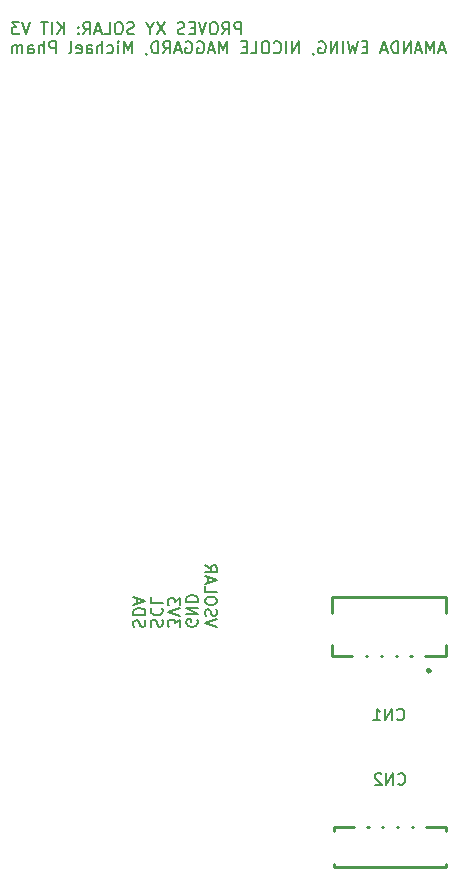
<source format=gbr>
%TF.GenerationSoftware,KiCad,Pcbnew,9.0.0*%
%TF.CreationDate,2025-04-09T20:42:11-07:00*%
%TF.ProjectId,xy_faces_v2,78795f66-6163-4657-935f-76322e6b6963,3.0*%
%TF.SameCoordinates,Original*%
%TF.FileFunction,Legend,Bot*%
%TF.FilePolarity,Positive*%
%FSLAX46Y46*%
G04 Gerber Fmt 4.6, Leading zero omitted, Abs format (unit mm)*
G04 Created by KiCad (PCBNEW 9.0.0) date 2025-04-09 20:42:11*
%MOMM*%
%LPD*%
G01*
G04 APERTURE LIST*
%ADD10C,0.150000*%
%ADD11C,0.250000*%
%ADD12C,0.000000*%
%ADD13R,0.730000X1.800000*%
%ADD14R,0.700000X1.800000*%
%ADD15R,2.000000X2.400000*%
%ADD16R,0.700000X2.000000*%
%ADD17R,1.600000X2.200000*%
%ADD18C,5.250000*%
G04 APERTURE END LIST*
D10*
X129935180Y-118226666D02*
X128935180Y-117893333D01*
X128935180Y-117893333D02*
X129935180Y-117560000D01*
X128982800Y-117274285D02*
X128935180Y-117131428D01*
X128935180Y-117131428D02*
X128935180Y-116893333D01*
X128935180Y-116893333D02*
X128982800Y-116798095D01*
X128982800Y-116798095D02*
X129030419Y-116750476D01*
X129030419Y-116750476D02*
X129125657Y-116702857D01*
X129125657Y-116702857D02*
X129220895Y-116702857D01*
X129220895Y-116702857D02*
X129316133Y-116750476D01*
X129316133Y-116750476D02*
X129363752Y-116798095D01*
X129363752Y-116798095D02*
X129411371Y-116893333D01*
X129411371Y-116893333D02*
X129458990Y-117083809D01*
X129458990Y-117083809D02*
X129506609Y-117179047D01*
X129506609Y-117179047D02*
X129554228Y-117226666D01*
X129554228Y-117226666D02*
X129649466Y-117274285D01*
X129649466Y-117274285D02*
X129744704Y-117274285D01*
X129744704Y-117274285D02*
X129839942Y-117226666D01*
X129839942Y-117226666D02*
X129887561Y-117179047D01*
X129887561Y-117179047D02*
X129935180Y-117083809D01*
X129935180Y-117083809D02*
X129935180Y-116845714D01*
X129935180Y-116845714D02*
X129887561Y-116702857D01*
X129935180Y-116083809D02*
X129935180Y-115893333D01*
X129935180Y-115893333D02*
X129887561Y-115798095D01*
X129887561Y-115798095D02*
X129792323Y-115702857D01*
X129792323Y-115702857D02*
X129601847Y-115655238D01*
X129601847Y-115655238D02*
X129268514Y-115655238D01*
X129268514Y-115655238D02*
X129078038Y-115702857D01*
X129078038Y-115702857D02*
X128982800Y-115798095D01*
X128982800Y-115798095D02*
X128935180Y-115893333D01*
X128935180Y-115893333D02*
X128935180Y-116083809D01*
X128935180Y-116083809D02*
X128982800Y-116179047D01*
X128982800Y-116179047D02*
X129078038Y-116274285D01*
X129078038Y-116274285D02*
X129268514Y-116321904D01*
X129268514Y-116321904D02*
X129601847Y-116321904D01*
X129601847Y-116321904D02*
X129792323Y-116274285D01*
X129792323Y-116274285D02*
X129887561Y-116179047D01*
X129887561Y-116179047D02*
X129935180Y-116083809D01*
X128935180Y-114750476D02*
X128935180Y-115226666D01*
X128935180Y-115226666D02*
X129935180Y-115226666D01*
X129220895Y-114464761D02*
X129220895Y-113988571D01*
X128935180Y-114559999D02*
X129935180Y-114226666D01*
X129935180Y-114226666D02*
X128935180Y-113893333D01*
X128935180Y-112988571D02*
X129411371Y-113321904D01*
X128935180Y-113559999D02*
X129935180Y-113559999D01*
X129935180Y-113559999D02*
X129935180Y-113179047D01*
X129935180Y-113179047D02*
X129887561Y-113083809D01*
X129887561Y-113083809D02*
X129839942Y-113036190D01*
X129839942Y-113036190D02*
X129744704Y-112988571D01*
X129744704Y-112988571D02*
X129601847Y-112988571D01*
X129601847Y-112988571D02*
X129506609Y-113036190D01*
X129506609Y-113036190D02*
X129458990Y-113083809D01*
X129458990Y-113083809D02*
X129411371Y-113179047D01*
X129411371Y-113179047D02*
X129411371Y-113559999D01*
X131960113Y-68009847D02*
X131960113Y-67009847D01*
X131960113Y-67009847D02*
X131579161Y-67009847D01*
X131579161Y-67009847D02*
X131483923Y-67057466D01*
X131483923Y-67057466D02*
X131436304Y-67105085D01*
X131436304Y-67105085D02*
X131388685Y-67200323D01*
X131388685Y-67200323D02*
X131388685Y-67343180D01*
X131388685Y-67343180D02*
X131436304Y-67438418D01*
X131436304Y-67438418D02*
X131483923Y-67486037D01*
X131483923Y-67486037D02*
X131579161Y-67533656D01*
X131579161Y-67533656D02*
X131960113Y-67533656D01*
X130388685Y-68009847D02*
X130722018Y-67533656D01*
X130960113Y-68009847D02*
X130960113Y-67009847D01*
X130960113Y-67009847D02*
X130579161Y-67009847D01*
X130579161Y-67009847D02*
X130483923Y-67057466D01*
X130483923Y-67057466D02*
X130436304Y-67105085D01*
X130436304Y-67105085D02*
X130388685Y-67200323D01*
X130388685Y-67200323D02*
X130388685Y-67343180D01*
X130388685Y-67343180D02*
X130436304Y-67438418D01*
X130436304Y-67438418D02*
X130483923Y-67486037D01*
X130483923Y-67486037D02*
X130579161Y-67533656D01*
X130579161Y-67533656D02*
X130960113Y-67533656D01*
X129769637Y-67009847D02*
X129579161Y-67009847D01*
X129579161Y-67009847D02*
X129483923Y-67057466D01*
X129483923Y-67057466D02*
X129388685Y-67152704D01*
X129388685Y-67152704D02*
X129341066Y-67343180D01*
X129341066Y-67343180D02*
X129341066Y-67676513D01*
X129341066Y-67676513D02*
X129388685Y-67866989D01*
X129388685Y-67866989D02*
X129483923Y-67962228D01*
X129483923Y-67962228D02*
X129579161Y-68009847D01*
X129579161Y-68009847D02*
X129769637Y-68009847D01*
X129769637Y-68009847D02*
X129864875Y-67962228D01*
X129864875Y-67962228D02*
X129960113Y-67866989D01*
X129960113Y-67866989D02*
X130007732Y-67676513D01*
X130007732Y-67676513D02*
X130007732Y-67343180D01*
X130007732Y-67343180D02*
X129960113Y-67152704D01*
X129960113Y-67152704D02*
X129864875Y-67057466D01*
X129864875Y-67057466D02*
X129769637Y-67009847D01*
X129055351Y-67009847D02*
X128722018Y-68009847D01*
X128722018Y-68009847D02*
X128388685Y-67009847D01*
X128055351Y-67486037D02*
X127722018Y-67486037D01*
X127579161Y-68009847D02*
X128055351Y-68009847D01*
X128055351Y-68009847D02*
X128055351Y-67009847D01*
X128055351Y-67009847D02*
X127579161Y-67009847D01*
X127198208Y-67962228D02*
X127055351Y-68009847D01*
X127055351Y-68009847D02*
X126817256Y-68009847D01*
X126817256Y-68009847D02*
X126722018Y-67962228D01*
X126722018Y-67962228D02*
X126674399Y-67914608D01*
X126674399Y-67914608D02*
X126626780Y-67819370D01*
X126626780Y-67819370D02*
X126626780Y-67724132D01*
X126626780Y-67724132D02*
X126674399Y-67628894D01*
X126674399Y-67628894D02*
X126722018Y-67581275D01*
X126722018Y-67581275D02*
X126817256Y-67533656D01*
X126817256Y-67533656D02*
X127007732Y-67486037D01*
X127007732Y-67486037D02*
X127102970Y-67438418D01*
X127102970Y-67438418D02*
X127150589Y-67390799D01*
X127150589Y-67390799D02*
X127198208Y-67295561D01*
X127198208Y-67295561D02*
X127198208Y-67200323D01*
X127198208Y-67200323D02*
X127150589Y-67105085D01*
X127150589Y-67105085D02*
X127102970Y-67057466D01*
X127102970Y-67057466D02*
X127007732Y-67009847D01*
X127007732Y-67009847D02*
X126769637Y-67009847D01*
X126769637Y-67009847D02*
X126626780Y-67057466D01*
X125531541Y-67009847D02*
X124864875Y-68009847D01*
X124864875Y-67009847D02*
X125531541Y-68009847D01*
X124293446Y-67533656D02*
X124293446Y-68009847D01*
X124626779Y-67009847D02*
X124293446Y-67533656D01*
X124293446Y-67533656D02*
X123960113Y-67009847D01*
X122912493Y-67962228D02*
X122769636Y-68009847D01*
X122769636Y-68009847D02*
X122531541Y-68009847D01*
X122531541Y-68009847D02*
X122436303Y-67962228D01*
X122436303Y-67962228D02*
X122388684Y-67914608D01*
X122388684Y-67914608D02*
X122341065Y-67819370D01*
X122341065Y-67819370D02*
X122341065Y-67724132D01*
X122341065Y-67724132D02*
X122388684Y-67628894D01*
X122388684Y-67628894D02*
X122436303Y-67581275D01*
X122436303Y-67581275D02*
X122531541Y-67533656D01*
X122531541Y-67533656D02*
X122722017Y-67486037D01*
X122722017Y-67486037D02*
X122817255Y-67438418D01*
X122817255Y-67438418D02*
X122864874Y-67390799D01*
X122864874Y-67390799D02*
X122912493Y-67295561D01*
X122912493Y-67295561D02*
X122912493Y-67200323D01*
X122912493Y-67200323D02*
X122864874Y-67105085D01*
X122864874Y-67105085D02*
X122817255Y-67057466D01*
X122817255Y-67057466D02*
X122722017Y-67009847D01*
X122722017Y-67009847D02*
X122483922Y-67009847D01*
X122483922Y-67009847D02*
X122341065Y-67057466D01*
X121722017Y-67009847D02*
X121531541Y-67009847D01*
X121531541Y-67009847D02*
X121436303Y-67057466D01*
X121436303Y-67057466D02*
X121341065Y-67152704D01*
X121341065Y-67152704D02*
X121293446Y-67343180D01*
X121293446Y-67343180D02*
X121293446Y-67676513D01*
X121293446Y-67676513D02*
X121341065Y-67866989D01*
X121341065Y-67866989D02*
X121436303Y-67962228D01*
X121436303Y-67962228D02*
X121531541Y-68009847D01*
X121531541Y-68009847D02*
X121722017Y-68009847D01*
X121722017Y-68009847D02*
X121817255Y-67962228D01*
X121817255Y-67962228D02*
X121912493Y-67866989D01*
X121912493Y-67866989D02*
X121960112Y-67676513D01*
X121960112Y-67676513D02*
X121960112Y-67343180D01*
X121960112Y-67343180D02*
X121912493Y-67152704D01*
X121912493Y-67152704D02*
X121817255Y-67057466D01*
X121817255Y-67057466D02*
X121722017Y-67009847D01*
X120388684Y-68009847D02*
X120864874Y-68009847D01*
X120864874Y-68009847D02*
X120864874Y-67009847D01*
X120102969Y-67724132D02*
X119626779Y-67724132D01*
X120198207Y-68009847D02*
X119864874Y-67009847D01*
X119864874Y-67009847D02*
X119531541Y-68009847D01*
X118626779Y-68009847D02*
X118960112Y-67533656D01*
X119198207Y-68009847D02*
X119198207Y-67009847D01*
X119198207Y-67009847D02*
X118817255Y-67009847D01*
X118817255Y-67009847D02*
X118722017Y-67057466D01*
X118722017Y-67057466D02*
X118674398Y-67105085D01*
X118674398Y-67105085D02*
X118626779Y-67200323D01*
X118626779Y-67200323D02*
X118626779Y-67343180D01*
X118626779Y-67343180D02*
X118674398Y-67438418D01*
X118674398Y-67438418D02*
X118722017Y-67486037D01*
X118722017Y-67486037D02*
X118817255Y-67533656D01*
X118817255Y-67533656D02*
X119198207Y-67533656D01*
X118198207Y-67914608D02*
X118150588Y-67962228D01*
X118150588Y-67962228D02*
X118198207Y-68009847D01*
X118198207Y-68009847D02*
X118245826Y-67962228D01*
X118245826Y-67962228D02*
X118198207Y-67914608D01*
X118198207Y-67914608D02*
X118198207Y-68009847D01*
X118198207Y-67390799D02*
X118150588Y-67438418D01*
X118150588Y-67438418D02*
X118198207Y-67486037D01*
X118198207Y-67486037D02*
X118245826Y-67438418D01*
X118245826Y-67438418D02*
X118198207Y-67390799D01*
X118198207Y-67390799D02*
X118198207Y-67486037D01*
X116960112Y-68009847D02*
X116960112Y-67009847D01*
X116388684Y-68009847D02*
X116817255Y-67438418D01*
X116388684Y-67009847D02*
X116960112Y-67581275D01*
X115960112Y-68009847D02*
X115960112Y-67009847D01*
X115626779Y-67009847D02*
X115055351Y-67009847D01*
X115341065Y-68009847D02*
X115341065Y-67009847D01*
X114102969Y-67009847D02*
X113769636Y-68009847D01*
X113769636Y-68009847D02*
X113436303Y-67009847D01*
X113198207Y-67009847D02*
X112579160Y-67009847D01*
X112579160Y-67009847D02*
X112912493Y-67390799D01*
X112912493Y-67390799D02*
X112769636Y-67390799D01*
X112769636Y-67390799D02*
X112674398Y-67438418D01*
X112674398Y-67438418D02*
X112626779Y-67486037D01*
X112626779Y-67486037D02*
X112579160Y-67581275D01*
X112579160Y-67581275D02*
X112579160Y-67819370D01*
X112579160Y-67819370D02*
X112626779Y-67914608D01*
X112626779Y-67914608D02*
X112674398Y-67962228D01*
X112674398Y-67962228D02*
X112769636Y-68009847D01*
X112769636Y-68009847D02*
X113055350Y-68009847D01*
X113055350Y-68009847D02*
X113150588Y-67962228D01*
X113150588Y-67962228D02*
X113198207Y-67914608D01*
X149245826Y-69334076D02*
X148769636Y-69334076D01*
X149341064Y-69619791D02*
X149007731Y-68619791D01*
X149007731Y-68619791D02*
X148674398Y-69619791D01*
X148341064Y-69619791D02*
X148341064Y-68619791D01*
X148341064Y-68619791D02*
X148007731Y-69334076D01*
X148007731Y-69334076D02*
X147674398Y-68619791D01*
X147674398Y-68619791D02*
X147674398Y-69619791D01*
X147245826Y-69334076D02*
X146769636Y-69334076D01*
X147341064Y-69619791D02*
X147007731Y-68619791D01*
X147007731Y-68619791D02*
X146674398Y-69619791D01*
X146341064Y-69619791D02*
X146341064Y-68619791D01*
X146341064Y-68619791D02*
X145769636Y-69619791D01*
X145769636Y-69619791D02*
X145769636Y-68619791D01*
X145293445Y-69619791D02*
X145293445Y-68619791D01*
X145293445Y-68619791D02*
X145055350Y-68619791D01*
X145055350Y-68619791D02*
X144912493Y-68667410D01*
X144912493Y-68667410D02*
X144817255Y-68762648D01*
X144817255Y-68762648D02*
X144769636Y-68857886D01*
X144769636Y-68857886D02*
X144722017Y-69048362D01*
X144722017Y-69048362D02*
X144722017Y-69191219D01*
X144722017Y-69191219D02*
X144769636Y-69381695D01*
X144769636Y-69381695D02*
X144817255Y-69476933D01*
X144817255Y-69476933D02*
X144912493Y-69572172D01*
X144912493Y-69572172D02*
X145055350Y-69619791D01*
X145055350Y-69619791D02*
X145293445Y-69619791D01*
X144341064Y-69334076D02*
X143864874Y-69334076D01*
X144436302Y-69619791D02*
X144102969Y-68619791D01*
X144102969Y-68619791D02*
X143769636Y-69619791D01*
X142674397Y-69095981D02*
X142341064Y-69095981D01*
X142198207Y-69619791D02*
X142674397Y-69619791D01*
X142674397Y-69619791D02*
X142674397Y-68619791D01*
X142674397Y-68619791D02*
X142198207Y-68619791D01*
X141864873Y-68619791D02*
X141626778Y-69619791D01*
X141626778Y-69619791D02*
X141436302Y-68905505D01*
X141436302Y-68905505D02*
X141245826Y-69619791D01*
X141245826Y-69619791D02*
X141007731Y-68619791D01*
X140626778Y-69619791D02*
X140626778Y-68619791D01*
X140150588Y-69619791D02*
X140150588Y-68619791D01*
X140150588Y-68619791D02*
X139579160Y-69619791D01*
X139579160Y-69619791D02*
X139579160Y-68619791D01*
X138579160Y-68667410D02*
X138674398Y-68619791D01*
X138674398Y-68619791D02*
X138817255Y-68619791D01*
X138817255Y-68619791D02*
X138960112Y-68667410D01*
X138960112Y-68667410D02*
X139055350Y-68762648D01*
X139055350Y-68762648D02*
X139102969Y-68857886D01*
X139102969Y-68857886D02*
X139150588Y-69048362D01*
X139150588Y-69048362D02*
X139150588Y-69191219D01*
X139150588Y-69191219D02*
X139102969Y-69381695D01*
X139102969Y-69381695D02*
X139055350Y-69476933D01*
X139055350Y-69476933D02*
X138960112Y-69572172D01*
X138960112Y-69572172D02*
X138817255Y-69619791D01*
X138817255Y-69619791D02*
X138722017Y-69619791D01*
X138722017Y-69619791D02*
X138579160Y-69572172D01*
X138579160Y-69572172D02*
X138531541Y-69524552D01*
X138531541Y-69524552D02*
X138531541Y-69191219D01*
X138531541Y-69191219D02*
X138722017Y-69191219D01*
X138055350Y-69572172D02*
X138055350Y-69619791D01*
X138055350Y-69619791D02*
X138102969Y-69715029D01*
X138102969Y-69715029D02*
X138150588Y-69762648D01*
X136864874Y-69619791D02*
X136864874Y-68619791D01*
X136864874Y-68619791D02*
X136293446Y-69619791D01*
X136293446Y-69619791D02*
X136293446Y-68619791D01*
X135817255Y-69619791D02*
X135817255Y-68619791D01*
X134769637Y-69524552D02*
X134817256Y-69572172D01*
X134817256Y-69572172D02*
X134960113Y-69619791D01*
X134960113Y-69619791D02*
X135055351Y-69619791D01*
X135055351Y-69619791D02*
X135198208Y-69572172D01*
X135198208Y-69572172D02*
X135293446Y-69476933D01*
X135293446Y-69476933D02*
X135341065Y-69381695D01*
X135341065Y-69381695D02*
X135388684Y-69191219D01*
X135388684Y-69191219D02*
X135388684Y-69048362D01*
X135388684Y-69048362D02*
X135341065Y-68857886D01*
X135341065Y-68857886D02*
X135293446Y-68762648D01*
X135293446Y-68762648D02*
X135198208Y-68667410D01*
X135198208Y-68667410D02*
X135055351Y-68619791D01*
X135055351Y-68619791D02*
X134960113Y-68619791D01*
X134960113Y-68619791D02*
X134817256Y-68667410D01*
X134817256Y-68667410D02*
X134769637Y-68715029D01*
X134150589Y-68619791D02*
X133960113Y-68619791D01*
X133960113Y-68619791D02*
X133864875Y-68667410D01*
X133864875Y-68667410D02*
X133769637Y-68762648D01*
X133769637Y-68762648D02*
X133722018Y-68953124D01*
X133722018Y-68953124D02*
X133722018Y-69286457D01*
X133722018Y-69286457D02*
X133769637Y-69476933D01*
X133769637Y-69476933D02*
X133864875Y-69572172D01*
X133864875Y-69572172D02*
X133960113Y-69619791D01*
X133960113Y-69619791D02*
X134150589Y-69619791D01*
X134150589Y-69619791D02*
X134245827Y-69572172D01*
X134245827Y-69572172D02*
X134341065Y-69476933D01*
X134341065Y-69476933D02*
X134388684Y-69286457D01*
X134388684Y-69286457D02*
X134388684Y-68953124D01*
X134388684Y-68953124D02*
X134341065Y-68762648D01*
X134341065Y-68762648D02*
X134245827Y-68667410D01*
X134245827Y-68667410D02*
X134150589Y-68619791D01*
X132817256Y-69619791D02*
X133293446Y-69619791D01*
X133293446Y-69619791D02*
X133293446Y-68619791D01*
X132483922Y-69095981D02*
X132150589Y-69095981D01*
X132007732Y-69619791D02*
X132483922Y-69619791D01*
X132483922Y-69619791D02*
X132483922Y-68619791D01*
X132483922Y-68619791D02*
X132007732Y-68619791D01*
X130817255Y-69619791D02*
X130817255Y-68619791D01*
X130817255Y-68619791D02*
X130483922Y-69334076D01*
X130483922Y-69334076D02*
X130150589Y-68619791D01*
X130150589Y-68619791D02*
X130150589Y-69619791D01*
X129722017Y-69334076D02*
X129245827Y-69334076D01*
X129817255Y-69619791D02*
X129483922Y-68619791D01*
X129483922Y-68619791D02*
X129150589Y-69619791D01*
X128293446Y-68667410D02*
X128388684Y-68619791D01*
X128388684Y-68619791D02*
X128531541Y-68619791D01*
X128531541Y-68619791D02*
X128674398Y-68667410D01*
X128674398Y-68667410D02*
X128769636Y-68762648D01*
X128769636Y-68762648D02*
X128817255Y-68857886D01*
X128817255Y-68857886D02*
X128864874Y-69048362D01*
X128864874Y-69048362D02*
X128864874Y-69191219D01*
X128864874Y-69191219D02*
X128817255Y-69381695D01*
X128817255Y-69381695D02*
X128769636Y-69476933D01*
X128769636Y-69476933D02*
X128674398Y-69572172D01*
X128674398Y-69572172D02*
X128531541Y-69619791D01*
X128531541Y-69619791D02*
X128436303Y-69619791D01*
X128436303Y-69619791D02*
X128293446Y-69572172D01*
X128293446Y-69572172D02*
X128245827Y-69524552D01*
X128245827Y-69524552D02*
X128245827Y-69191219D01*
X128245827Y-69191219D02*
X128436303Y-69191219D01*
X127293446Y-68667410D02*
X127388684Y-68619791D01*
X127388684Y-68619791D02*
X127531541Y-68619791D01*
X127531541Y-68619791D02*
X127674398Y-68667410D01*
X127674398Y-68667410D02*
X127769636Y-68762648D01*
X127769636Y-68762648D02*
X127817255Y-68857886D01*
X127817255Y-68857886D02*
X127864874Y-69048362D01*
X127864874Y-69048362D02*
X127864874Y-69191219D01*
X127864874Y-69191219D02*
X127817255Y-69381695D01*
X127817255Y-69381695D02*
X127769636Y-69476933D01*
X127769636Y-69476933D02*
X127674398Y-69572172D01*
X127674398Y-69572172D02*
X127531541Y-69619791D01*
X127531541Y-69619791D02*
X127436303Y-69619791D01*
X127436303Y-69619791D02*
X127293446Y-69572172D01*
X127293446Y-69572172D02*
X127245827Y-69524552D01*
X127245827Y-69524552D02*
X127245827Y-69191219D01*
X127245827Y-69191219D02*
X127436303Y-69191219D01*
X126864874Y-69334076D02*
X126388684Y-69334076D01*
X126960112Y-69619791D02*
X126626779Y-68619791D01*
X126626779Y-68619791D02*
X126293446Y-69619791D01*
X125388684Y-69619791D02*
X125722017Y-69143600D01*
X125960112Y-69619791D02*
X125960112Y-68619791D01*
X125960112Y-68619791D02*
X125579160Y-68619791D01*
X125579160Y-68619791D02*
X125483922Y-68667410D01*
X125483922Y-68667410D02*
X125436303Y-68715029D01*
X125436303Y-68715029D02*
X125388684Y-68810267D01*
X125388684Y-68810267D02*
X125388684Y-68953124D01*
X125388684Y-68953124D02*
X125436303Y-69048362D01*
X125436303Y-69048362D02*
X125483922Y-69095981D01*
X125483922Y-69095981D02*
X125579160Y-69143600D01*
X125579160Y-69143600D02*
X125960112Y-69143600D01*
X124960112Y-69619791D02*
X124960112Y-68619791D01*
X124960112Y-68619791D02*
X124722017Y-68619791D01*
X124722017Y-68619791D02*
X124579160Y-68667410D01*
X124579160Y-68667410D02*
X124483922Y-68762648D01*
X124483922Y-68762648D02*
X124436303Y-68857886D01*
X124436303Y-68857886D02*
X124388684Y-69048362D01*
X124388684Y-69048362D02*
X124388684Y-69191219D01*
X124388684Y-69191219D02*
X124436303Y-69381695D01*
X124436303Y-69381695D02*
X124483922Y-69476933D01*
X124483922Y-69476933D02*
X124579160Y-69572172D01*
X124579160Y-69572172D02*
X124722017Y-69619791D01*
X124722017Y-69619791D02*
X124960112Y-69619791D01*
X123912493Y-69572172D02*
X123912493Y-69619791D01*
X123912493Y-69619791D02*
X123960112Y-69715029D01*
X123960112Y-69715029D02*
X124007731Y-69762648D01*
X122722017Y-69619791D02*
X122722017Y-68619791D01*
X122722017Y-68619791D02*
X122388684Y-69334076D01*
X122388684Y-69334076D02*
X122055351Y-68619791D01*
X122055351Y-68619791D02*
X122055351Y-69619791D01*
X121579160Y-69619791D02*
X121579160Y-68953124D01*
X121579160Y-68619791D02*
X121626779Y-68667410D01*
X121626779Y-68667410D02*
X121579160Y-68715029D01*
X121579160Y-68715029D02*
X121531541Y-68667410D01*
X121531541Y-68667410D02*
X121579160Y-68619791D01*
X121579160Y-68619791D02*
X121579160Y-68715029D01*
X120674399Y-69572172D02*
X120769637Y-69619791D01*
X120769637Y-69619791D02*
X120960113Y-69619791D01*
X120960113Y-69619791D02*
X121055351Y-69572172D01*
X121055351Y-69572172D02*
X121102970Y-69524552D01*
X121102970Y-69524552D02*
X121150589Y-69429314D01*
X121150589Y-69429314D02*
X121150589Y-69143600D01*
X121150589Y-69143600D02*
X121102970Y-69048362D01*
X121102970Y-69048362D02*
X121055351Y-69000743D01*
X121055351Y-69000743D02*
X120960113Y-68953124D01*
X120960113Y-68953124D02*
X120769637Y-68953124D01*
X120769637Y-68953124D02*
X120674399Y-69000743D01*
X120245827Y-69619791D02*
X120245827Y-68619791D01*
X119817256Y-69619791D02*
X119817256Y-69095981D01*
X119817256Y-69095981D02*
X119864875Y-69000743D01*
X119864875Y-69000743D02*
X119960113Y-68953124D01*
X119960113Y-68953124D02*
X120102970Y-68953124D01*
X120102970Y-68953124D02*
X120198208Y-69000743D01*
X120198208Y-69000743D02*
X120245827Y-69048362D01*
X118912494Y-69619791D02*
X118912494Y-69095981D01*
X118912494Y-69095981D02*
X118960113Y-69000743D01*
X118960113Y-69000743D02*
X119055351Y-68953124D01*
X119055351Y-68953124D02*
X119245827Y-68953124D01*
X119245827Y-68953124D02*
X119341065Y-69000743D01*
X118912494Y-69572172D02*
X119007732Y-69619791D01*
X119007732Y-69619791D02*
X119245827Y-69619791D01*
X119245827Y-69619791D02*
X119341065Y-69572172D01*
X119341065Y-69572172D02*
X119388684Y-69476933D01*
X119388684Y-69476933D02*
X119388684Y-69381695D01*
X119388684Y-69381695D02*
X119341065Y-69286457D01*
X119341065Y-69286457D02*
X119245827Y-69238838D01*
X119245827Y-69238838D02*
X119007732Y-69238838D01*
X119007732Y-69238838D02*
X118912494Y-69191219D01*
X118055351Y-69572172D02*
X118150589Y-69619791D01*
X118150589Y-69619791D02*
X118341065Y-69619791D01*
X118341065Y-69619791D02*
X118436303Y-69572172D01*
X118436303Y-69572172D02*
X118483922Y-69476933D01*
X118483922Y-69476933D02*
X118483922Y-69095981D01*
X118483922Y-69095981D02*
X118436303Y-69000743D01*
X118436303Y-69000743D02*
X118341065Y-68953124D01*
X118341065Y-68953124D02*
X118150589Y-68953124D01*
X118150589Y-68953124D02*
X118055351Y-69000743D01*
X118055351Y-69000743D02*
X118007732Y-69095981D01*
X118007732Y-69095981D02*
X118007732Y-69191219D01*
X118007732Y-69191219D02*
X118483922Y-69286457D01*
X117436303Y-69619791D02*
X117531541Y-69572172D01*
X117531541Y-69572172D02*
X117579160Y-69476933D01*
X117579160Y-69476933D02*
X117579160Y-68619791D01*
X116293445Y-69619791D02*
X116293445Y-68619791D01*
X116293445Y-68619791D02*
X115912493Y-68619791D01*
X115912493Y-68619791D02*
X115817255Y-68667410D01*
X115817255Y-68667410D02*
X115769636Y-68715029D01*
X115769636Y-68715029D02*
X115722017Y-68810267D01*
X115722017Y-68810267D02*
X115722017Y-68953124D01*
X115722017Y-68953124D02*
X115769636Y-69048362D01*
X115769636Y-69048362D02*
X115817255Y-69095981D01*
X115817255Y-69095981D02*
X115912493Y-69143600D01*
X115912493Y-69143600D02*
X116293445Y-69143600D01*
X115293445Y-69619791D02*
X115293445Y-68619791D01*
X114864874Y-69619791D02*
X114864874Y-69095981D01*
X114864874Y-69095981D02*
X114912493Y-69000743D01*
X114912493Y-69000743D02*
X115007731Y-68953124D01*
X115007731Y-68953124D02*
X115150588Y-68953124D01*
X115150588Y-68953124D02*
X115245826Y-69000743D01*
X115245826Y-69000743D02*
X115293445Y-69048362D01*
X113960112Y-69619791D02*
X113960112Y-69095981D01*
X113960112Y-69095981D02*
X114007731Y-69000743D01*
X114007731Y-69000743D02*
X114102969Y-68953124D01*
X114102969Y-68953124D02*
X114293445Y-68953124D01*
X114293445Y-68953124D02*
X114388683Y-69000743D01*
X113960112Y-69572172D02*
X114055350Y-69619791D01*
X114055350Y-69619791D02*
X114293445Y-69619791D01*
X114293445Y-69619791D02*
X114388683Y-69572172D01*
X114388683Y-69572172D02*
X114436302Y-69476933D01*
X114436302Y-69476933D02*
X114436302Y-69381695D01*
X114436302Y-69381695D02*
X114388683Y-69286457D01*
X114388683Y-69286457D02*
X114293445Y-69238838D01*
X114293445Y-69238838D02*
X114055350Y-69238838D01*
X114055350Y-69238838D02*
X113960112Y-69191219D01*
X113483921Y-69619791D02*
X113483921Y-68953124D01*
X113483921Y-69048362D02*
X113436302Y-69000743D01*
X113436302Y-69000743D02*
X113341064Y-68953124D01*
X113341064Y-68953124D02*
X113198207Y-68953124D01*
X113198207Y-68953124D02*
X113102969Y-69000743D01*
X113102969Y-69000743D02*
X113055350Y-69095981D01*
X113055350Y-69095981D02*
X113055350Y-69619791D01*
X113055350Y-69095981D02*
X113007731Y-69000743D01*
X113007731Y-69000743D02*
X112912493Y-68953124D01*
X112912493Y-68953124D02*
X112769636Y-68953124D01*
X112769636Y-68953124D02*
X112674397Y-69000743D01*
X112674397Y-69000743D02*
X112626778Y-69095981D01*
X112626778Y-69095981D02*
X112626778Y-69619791D01*
X128297561Y-117601904D02*
X128345180Y-117697142D01*
X128345180Y-117697142D02*
X128345180Y-117839999D01*
X128345180Y-117839999D02*
X128297561Y-117982856D01*
X128297561Y-117982856D02*
X128202323Y-118078094D01*
X128202323Y-118078094D02*
X128107085Y-118125713D01*
X128107085Y-118125713D02*
X127916609Y-118173332D01*
X127916609Y-118173332D02*
X127773752Y-118173332D01*
X127773752Y-118173332D02*
X127583276Y-118125713D01*
X127583276Y-118125713D02*
X127488038Y-118078094D01*
X127488038Y-118078094D02*
X127392800Y-117982856D01*
X127392800Y-117982856D02*
X127345180Y-117839999D01*
X127345180Y-117839999D02*
X127345180Y-117744761D01*
X127345180Y-117744761D02*
X127392800Y-117601904D01*
X127392800Y-117601904D02*
X127440419Y-117554285D01*
X127440419Y-117554285D02*
X127773752Y-117554285D01*
X127773752Y-117554285D02*
X127773752Y-117744761D01*
X127345180Y-117125713D02*
X128345180Y-117125713D01*
X128345180Y-117125713D02*
X127345180Y-116554285D01*
X127345180Y-116554285D02*
X128345180Y-116554285D01*
X127345180Y-116078094D02*
X128345180Y-116078094D01*
X128345180Y-116078094D02*
X128345180Y-115839999D01*
X128345180Y-115839999D02*
X128297561Y-115697142D01*
X128297561Y-115697142D02*
X128202323Y-115601904D01*
X128202323Y-115601904D02*
X128107085Y-115554285D01*
X128107085Y-115554285D02*
X127916609Y-115506666D01*
X127916609Y-115506666D02*
X127773752Y-115506666D01*
X127773752Y-115506666D02*
X127583276Y-115554285D01*
X127583276Y-115554285D02*
X127488038Y-115601904D01*
X127488038Y-115601904D02*
X127392800Y-115697142D01*
X127392800Y-115697142D02*
X127345180Y-115839999D01*
X127345180Y-115839999D02*
X127345180Y-116078094D01*
X126785180Y-118188094D02*
X126785180Y-117569047D01*
X126785180Y-117569047D02*
X126404228Y-117902380D01*
X126404228Y-117902380D02*
X126404228Y-117759523D01*
X126404228Y-117759523D02*
X126356609Y-117664285D01*
X126356609Y-117664285D02*
X126308990Y-117616666D01*
X126308990Y-117616666D02*
X126213752Y-117569047D01*
X126213752Y-117569047D02*
X125975657Y-117569047D01*
X125975657Y-117569047D02*
X125880419Y-117616666D01*
X125880419Y-117616666D02*
X125832800Y-117664285D01*
X125832800Y-117664285D02*
X125785180Y-117759523D01*
X125785180Y-117759523D02*
X125785180Y-118045237D01*
X125785180Y-118045237D02*
X125832800Y-118140475D01*
X125832800Y-118140475D02*
X125880419Y-118188094D01*
X126785180Y-117283332D02*
X125785180Y-116949999D01*
X125785180Y-116949999D02*
X126785180Y-116616666D01*
X126785180Y-116378570D02*
X126785180Y-115759523D01*
X126785180Y-115759523D02*
X126404228Y-116092856D01*
X126404228Y-116092856D02*
X126404228Y-115949999D01*
X126404228Y-115949999D02*
X126356609Y-115854761D01*
X126356609Y-115854761D02*
X126308990Y-115807142D01*
X126308990Y-115807142D02*
X126213752Y-115759523D01*
X126213752Y-115759523D02*
X125975657Y-115759523D01*
X125975657Y-115759523D02*
X125880419Y-115807142D01*
X125880419Y-115807142D02*
X125832800Y-115854761D01*
X125832800Y-115854761D02*
X125785180Y-115949999D01*
X125785180Y-115949999D02*
X125785180Y-116235713D01*
X125785180Y-116235713D02*
X125832800Y-116330951D01*
X125832800Y-116330951D02*
X125880419Y-116378570D01*
X122922800Y-118184285D02*
X122875180Y-118041428D01*
X122875180Y-118041428D02*
X122875180Y-117803333D01*
X122875180Y-117803333D02*
X122922800Y-117708095D01*
X122922800Y-117708095D02*
X122970419Y-117660476D01*
X122970419Y-117660476D02*
X123065657Y-117612857D01*
X123065657Y-117612857D02*
X123160895Y-117612857D01*
X123160895Y-117612857D02*
X123256133Y-117660476D01*
X123256133Y-117660476D02*
X123303752Y-117708095D01*
X123303752Y-117708095D02*
X123351371Y-117803333D01*
X123351371Y-117803333D02*
X123398990Y-117993809D01*
X123398990Y-117993809D02*
X123446609Y-118089047D01*
X123446609Y-118089047D02*
X123494228Y-118136666D01*
X123494228Y-118136666D02*
X123589466Y-118184285D01*
X123589466Y-118184285D02*
X123684704Y-118184285D01*
X123684704Y-118184285D02*
X123779942Y-118136666D01*
X123779942Y-118136666D02*
X123827561Y-118089047D01*
X123827561Y-118089047D02*
X123875180Y-117993809D01*
X123875180Y-117993809D02*
X123875180Y-117755714D01*
X123875180Y-117755714D02*
X123827561Y-117612857D01*
X122875180Y-117184285D02*
X123875180Y-117184285D01*
X123875180Y-117184285D02*
X123875180Y-116946190D01*
X123875180Y-116946190D02*
X123827561Y-116803333D01*
X123827561Y-116803333D02*
X123732323Y-116708095D01*
X123732323Y-116708095D02*
X123637085Y-116660476D01*
X123637085Y-116660476D02*
X123446609Y-116612857D01*
X123446609Y-116612857D02*
X123303752Y-116612857D01*
X123303752Y-116612857D02*
X123113276Y-116660476D01*
X123113276Y-116660476D02*
X123018038Y-116708095D01*
X123018038Y-116708095D02*
X122922800Y-116803333D01*
X122922800Y-116803333D02*
X122875180Y-116946190D01*
X122875180Y-116946190D02*
X122875180Y-117184285D01*
X123160895Y-116231904D02*
X123160895Y-115755714D01*
X122875180Y-116327142D02*
X123875180Y-115993809D01*
X123875180Y-115993809D02*
X122875180Y-115660476D01*
X124402800Y-118160475D02*
X124355180Y-118017618D01*
X124355180Y-118017618D02*
X124355180Y-117779523D01*
X124355180Y-117779523D02*
X124402800Y-117684285D01*
X124402800Y-117684285D02*
X124450419Y-117636666D01*
X124450419Y-117636666D02*
X124545657Y-117589047D01*
X124545657Y-117589047D02*
X124640895Y-117589047D01*
X124640895Y-117589047D02*
X124736133Y-117636666D01*
X124736133Y-117636666D02*
X124783752Y-117684285D01*
X124783752Y-117684285D02*
X124831371Y-117779523D01*
X124831371Y-117779523D02*
X124878990Y-117969999D01*
X124878990Y-117969999D02*
X124926609Y-118065237D01*
X124926609Y-118065237D02*
X124974228Y-118112856D01*
X124974228Y-118112856D02*
X125069466Y-118160475D01*
X125069466Y-118160475D02*
X125164704Y-118160475D01*
X125164704Y-118160475D02*
X125259942Y-118112856D01*
X125259942Y-118112856D02*
X125307561Y-118065237D01*
X125307561Y-118065237D02*
X125355180Y-117969999D01*
X125355180Y-117969999D02*
X125355180Y-117731904D01*
X125355180Y-117731904D02*
X125307561Y-117589047D01*
X124450419Y-116589047D02*
X124402800Y-116636666D01*
X124402800Y-116636666D02*
X124355180Y-116779523D01*
X124355180Y-116779523D02*
X124355180Y-116874761D01*
X124355180Y-116874761D02*
X124402800Y-117017618D01*
X124402800Y-117017618D02*
X124498038Y-117112856D01*
X124498038Y-117112856D02*
X124593276Y-117160475D01*
X124593276Y-117160475D02*
X124783752Y-117208094D01*
X124783752Y-117208094D02*
X124926609Y-117208094D01*
X124926609Y-117208094D02*
X125117085Y-117160475D01*
X125117085Y-117160475D02*
X125212323Y-117112856D01*
X125212323Y-117112856D02*
X125307561Y-117017618D01*
X125307561Y-117017618D02*
X125355180Y-116874761D01*
X125355180Y-116874761D02*
X125355180Y-116779523D01*
X125355180Y-116779523D02*
X125307561Y-116636666D01*
X125307561Y-116636666D02*
X125259942Y-116589047D01*
X124355180Y-115684285D02*
X124355180Y-116160475D01*
X124355180Y-116160475D02*
X125355180Y-116160475D01*
X145290476Y-131479580D02*
X145338095Y-131527200D01*
X145338095Y-131527200D02*
X145480952Y-131574819D01*
X145480952Y-131574819D02*
X145576190Y-131574819D01*
X145576190Y-131574819D02*
X145719047Y-131527200D01*
X145719047Y-131527200D02*
X145814285Y-131431961D01*
X145814285Y-131431961D02*
X145861904Y-131336723D01*
X145861904Y-131336723D02*
X145909523Y-131146247D01*
X145909523Y-131146247D02*
X145909523Y-131003390D01*
X145909523Y-131003390D02*
X145861904Y-130812914D01*
X145861904Y-130812914D02*
X145814285Y-130717676D01*
X145814285Y-130717676D02*
X145719047Y-130622438D01*
X145719047Y-130622438D02*
X145576190Y-130574819D01*
X145576190Y-130574819D02*
X145480952Y-130574819D01*
X145480952Y-130574819D02*
X145338095Y-130622438D01*
X145338095Y-130622438D02*
X145290476Y-130670057D01*
X144861904Y-131574819D02*
X144861904Y-130574819D01*
X144861904Y-130574819D02*
X144290476Y-131574819D01*
X144290476Y-131574819D02*
X144290476Y-130574819D01*
X143861904Y-130670057D02*
X143814285Y-130622438D01*
X143814285Y-130622438D02*
X143719047Y-130574819D01*
X143719047Y-130574819D02*
X143480952Y-130574819D01*
X143480952Y-130574819D02*
X143385714Y-130622438D01*
X143385714Y-130622438D02*
X143338095Y-130670057D01*
X143338095Y-130670057D02*
X143290476Y-130765295D01*
X143290476Y-130765295D02*
X143290476Y-130860533D01*
X143290476Y-130860533D02*
X143338095Y-131003390D01*
X143338095Y-131003390D02*
X143909523Y-131574819D01*
X143909523Y-131574819D02*
X143290476Y-131574819D01*
X145190476Y-126019580D02*
X145238095Y-126067200D01*
X145238095Y-126067200D02*
X145380952Y-126114819D01*
X145380952Y-126114819D02*
X145476190Y-126114819D01*
X145476190Y-126114819D02*
X145619047Y-126067200D01*
X145619047Y-126067200D02*
X145714285Y-125971961D01*
X145714285Y-125971961D02*
X145761904Y-125876723D01*
X145761904Y-125876723D02*
X145809523Y-125686247D01*
X145809523Y-125686247D02*
X145809523Y-125543390D01*
X145809523Y-125543390D02*
X145761904Y-125352914D01*
X145761904Y-125352914D02*
X145714285Y-125257676D01*
X145714285Y-125257676D02*
X145619047Y-125162438D01*
X145619047Y-125162438D02*
X145476190Y-125114819D01*
X145476190Y-125114819D02*
X145380952Y-125114819D01*
X145380952Y-125114819D02*
X145238095Y-125162438D01*
X145238095Y-125162438D02*
X145190476Y-125210057D01*
X144761904Y-126114819D02*
X144761904Y-125114819D01*
X144761904Y-125114819D02*
X144190476Y-126114819D01*
X144190476Y-126114819D02*
X144190476Y-125114819D01*
X143190476Y-126114819D02*
X143761904Y-126114819D01*
X143476190Y-126114819D02*
X143476190Y-125114819D01*
X143476190Y-125114819D02*
X143571428Y-125257676D01*
X143571428Y-125257676D02*
X143666666Y-125352914D01*
X143666666Y-125352914D02*
X143761904Y-125400533D01*
D11*
%TO.C,CN2*%
X149350000Y-135150000D02*
X149350000Y-135450000D01*
X149350000Y-135150000D02*
X147670000Y-135150000D01*
X149350000Y-135150000D02*
X147670000Y-135150000D01*
X149350000Y-138310000D02*
X149350000Y-138550000D01*
X149350000Y-138550000D02*
X139850000Y-138550000D01*
X146530000Y-135150000D02*
X146420000Y-135150000D01*
X146530000Y-135150000D02*
X146420000Y-135150000D01*
X145280000Y-135150000D02*
X145170000Y-135150000D01*
X145280000Y-135150000D02*
X145170000Y-135150000D01*
X144030000Y-135150000D02*
X143920000Y-135150000D01*
X143920000Y-135150000D02*
X144030000Y-135150000D01*
X142670000Y-135150000D02*
X142780000Y-135150000D01*
X139850000Y-135150000D02*
X141530000Y-135150000D01*
X139850000Y-135450000D02*
X139850000Y-135150000D01*
X139850000Y-138550000D02*
X139850000Y-138310000D01*
%TO.C,CN1*%
X149300000Y-116670000D02*
X149300000Y-115650000D01*
X149300000Y-115650000D02*
X139700000Y-115650000D01*
X139700000Y-115650000D02*
X139700000Y-116520000D01*
X139700000Y-119690000D02*
X139700000Y-120630000D01*
X139700000Y-120630000D02*
X141420000Y-120630000D01*
X139700000Y-116520000D02*
X139700000Y-117030000D01*
X142670000Y-120650000D02*
X142580000Y-120650000D01*
X143920000Y-120650000D02*
X143830000Y-120650000D01*
X145170000Y-120650000D02*
X145080000Y-120650000D01*
X146420000Y-120650000D02*
X146330000Y-120650000D01*
X149300000Y-119690000D02*
X149300000Y-120650000D01*
X149300000Y-120650000D02*
X147580000Y-120650000D01*
X149300000Y-116670000D02*
X149300000Y-117030000D01*
X148030000Y-121910000D02*
G75*
G02*
X147730000Y-121910000I-150000J0D01*
G01*
X147730000Y-121910000D02*
G75*
G02*
X148030000Y-121910000I150000J0D01*
G01*
%TD*%
%LPC*%
D10*
X138961906Y-100326037D02*
X138819049Y-100373656D01*
X138819049Y-100373656D02*
X138771430Y-100421275D01*
X138771430Y-100421275D02*
X138723811Y-100516513D01*
X138723811Y-100516513D02*
X138723811Y-100659370D01*
X138723811Y-100659370D02*
X138771430Y-100754608D01*
X138771430Y-100754608D02*
X138819049Y-100802228D01*
X138819049Y-100802228D02*
X138914287Y-100849847D01*
X138914287Y-100849847D02*
X139295239Y-100849847D01*
X139295239Y-100849847D02*
X139295239Y-99849847D01*
X139295239Y-99849847D02*
X138961906Y-99849847D01*
X138961906Y-99849847D02*
X138866668Y-99897466D01*
X138866668Y-99897466D02*
X138819049Y-99945085D01*
X138819049Y-99945085D02*
X138771430Y-100040323D01*
X138771430Y-100040323D02*
X138771430Y-100135561D01*
X138771430Y-100135561D02*
X138819049Y-100230799D01*
X138819049Y-100230799D02*
X138866668Y-100278418D01*
X138866668Y-100278418D02*
X138961906Y-100326037D01*
X138961906Y-100326037D02*
X139295239Y-100326037D01*
X137723811Y-100849847D02*
X138057144Y-100373656D01*
X138295239Y-100849847D02*
X138295239Y-99849847D01*
X138295239Y-99849847D02*
X137914287Y-99849847D01*
X137914287Y-99849847D02*
X137819049Y-99897466D01*
X137819049Y-99897466D02*
X137771430Y-99945085D01*
X137771430Y-99945085D02*
X137723811Y-100040323D01*
X137723811Y-100040323D02*
X137723811Y-100183180D01*
X137723811Y-100183180D02*
X137771430Y-100278418D01*
X137771430Y-100278418D02*
X137819049Y-100326037D01*
X137819049Y-100326037D02*
X137914287Y-100373656D01*
X137914287Y-100373656D02*
X138295239Y-100373656D01*
X137104763Y-99849847D02*
X136914287Y-99849847D01*
X136914287Y-99849847D02*
X136819049Y-99897466D01*
X136819049Y-99897466D02*
X136723811Y-99992704D01*
X136723811Y-99992704D02*
X136676192Y-100183180D01*
X136676192Y-100183180D02*
X136676192Y-100516513D01*
X136676192Y-100516513D02*
X136723811Y-100706989D01*
X136723811Y-100706989D02*
X136819049Y-100802228D01*
X136819049Y-100802228D02*
X136914287Y-100849847D01*
X136914287Y-100849847D02*
X137104763Y-100849847D01*
X137104763Y-100849847D02*
X137200001Y-100802228D01*
X137200001Y-100802228D02*
X137295239Y-100706989D01*
X137295239Y-100706989D02*
X137342858Y-100516513D01*
X137342858Y-100516513D02*
X137342858Y-100183180D01*
X137342858Y-100183180D02*
X137295239Y-99992704D01*
X137295239Y-99992704D02*
X137200001Y-99897466D01*
X137200001Y-99897466D02*
X137104763Y-99849847D01*
X136247620Y-100849847D02*
X136247620Y-99849847D01*
X136247620Y-99849847D02*
X135676192Y-100849847D01*
X135676192Y-100849847D02*
X135676192Y-99849847D01*
X134628573Y-100754608D02*
X134676192Y-100802228D01*
X134676192Y-100802228D02*
X134819049Y-100849847D01*
X134819049Y-100849847D02*
X134914287Y-100849847D01*
X134914287Y-100849847D02*
X135057144Y-100802228D01*
X135057144Y-100802228D02*
X135152382Y-100706989D01*
X135152382Y-100706989D02*
X135200001Y-100611751D01*
X135200001Y-100611751D02*
X135247620Y-100421275D01*
X135247620Y-100421275D02*
X135247620Y-100278418D01*
X135247620Y-100278418D02*
X135200001Y-100087942D01*
X135200001Y-100087942D02*
X135152382Y-99992704D01*
X135152382Y-99992704D02*
X135057144Y-99897466D01*
X135057144Y-99897466D02*
X134914287Y-99849847D01*
X134914287Y-99849847D02*
X134819049Y-99849847D01*
X134819049Y-99849847D02*
X134676192Y-99897466D01*
X134676192Y-99897466D02*
X134628573Y-99945085D01*
X134009525Y-99849847D02*
X133819049Y-99849847D01*
X133819049Y-99849847D02*
X133723811Y-99897466D01*
X133723811Y-99897466D02*
X133628573Y-99992704D01*
X133628573Y-99992704D02*
X133580954Y-100183180D01*
X133580954Y-100183180D02*
X133580954Y-100516513D01*
X133580954Y-100516513D02*
X133628573Y-100706989D01*
X133628573Y-100706989D02*
X133723811Y-100802228D01*
X133723811Y-100802228D02*
X133819049Y-100849847D01*
X133819049Y-100849847D02*
X134009525Y-100849847D01*
X134009525Y-100849847D02*
X134104763Y-100802228D01*
X134104763Y-100802228D02*
X134200001Y-100706989D01*
X134200001Y-100706989D02*
X134247620Y-100516513D01*
X134247620Y-100516513D02*
X134247620Y-100183180D01*
X134247620Y-100183180D02*
X134200001Y-99992704D01*
X134200001Y-99992704D02*
X134104763Y-99897466D01*
X134104763Y-99897466D02*
X134009525Y-99849847D01*
X132438096Y-100802228D02*
X132295239Y-100849847D01*
X132295239Y-100849847D02*
X132057144Y-100849847D01*
X132057144Y-100849847D02*
X131961906Y-100802228D01*
X131961906Y-100802228D02*
X131914287Y-100754608D01*
X131914287Y-100754608D02*
X131866668Y-100659370D01*
X131866668Y-100659370D02*
X131866668Y-100564132D01*
X131866668Y-100564132D02*
X131914287Y-100468894D01*
X131914287Y-100468894D02*
X131961906Y-100421275D01*
X131961906Y-100421275D02*
X132057144Y-100373656D01*
X132057144Y-100373656D02*
X132247620Y-100326037D01*
X132247620Y-100326037D02*
X132342858Y-100278418D01*
X132342858Y-100278418D02*
X132390477Y-100230799D01*
X132390477Y-100230799D02*
X132438096Y-100135561D01*
X132438096Y-100135561D02*
X132438096Y-100040323D01*
X132438096Y-100040323D02*
X132390477Y-99945085D01*
X132390477Y-99945085D02*
X132342858Y-99897466D01*
X132342858Y-99897466D02*
X132247620Y-99849847D01*
X132247620Y-99849847D02*
X132009525Y-99849847D01*
X132009525Y-99849847D02*
X131866668Y-99897466D01*
X131438096Y-100849847D02*
X131438096Y-99849847D01*
X131438096Y-99849847D02*
X131057144Y-99849847D01*
X131057144Y-99849847D02*
X130961906Y-99897466D01*
X130961906Y-99897466D02*
X130914287Y-99945085D01*
X130914287Y-99945085D02*
X130866668Y-100040323D01*
X130866668Y-100040323D02*
X130866668Y-100183180D01*
X130866668Y-100183180D02*
X130914287Y-100278418D01*
X130914287Y-100278418D02*
X130961906Y-100326037D01*
X130961906Y-100326037D02*
X131057144Y-100373656D01*
X131057144Y-100373656D02*
X131438096Y-100373656D01*
X130485715Y-100564132D02*
X130009525Y-100564132D01*
X130580953Y-100849847D02*
X130247620Y-99849847D01*
X130247620Y-99849847D02*
X129914287Y-100849847D01*
X129009525Y-100754608D02*
X129057144Y-100802228D01*
X129057144Y-100802228D02*
X129200001Y-100849847D01*
X129200001Y-100849847D02*
X129295239Y-100849847D01*
X129295239Y-100849847D02*
X129438096Y-100802228D01*
X129438096Y-100802228D02*
X129533334Y-100706989D01*
X129533334Y-100706989D02*
X129580953Y-100611751D01*
X129580953Y-100611751D02*
X129628572Y-100421275D01*
X129628572Y-100421275D02*
X129628572Y-100278418D01*
X129628572Y-100278418D02*
X129580953Y-100087942D01*
X129580953Y-100087942D02*
X129533334Y-99992704D01*
X129533334Y-99992704D02*
X129438096Y-99897466D01*
X129438096Y-99897466D02*
X129295239Y-99849847D01*
X129295239Y-99849847D02*
X129200001Y-99849847D01*
X129200001Y-99849847D02*
X129057144Y-99897466D01*
X129057144Y-99897466D02*
X129009525Y-99945085D01*
X128580953Y-100326037D02*
X128247620Y-100326037D01*
X128104763Y-100849847D02*
X128580953Y-100849847D01*
X128580953Y-100849847D02*
X128580953Y-99849847D01*
X128580953Y-99849847D02*
X128104763Y-99849847D01*
X126914286Y-100326037D02*
X126580953Y-100326037D01*
X126438096Y-100849847D02*
X126914286Y-100849847D01*
X126914286Y-100849847D02*
X126914286Y-99849847D01*
X126914286Y-99849847D02*
X126438096Y-99849847D01*
X125580953Y-100849847D02*
X125580953Y-99849847D01*
X125580953Y-100802228D02*
X125676191Y-100849847D01*
X125676191Y-100849847D02*
X125866667Y-100849847D01*
X125866667Y-100849847D02*
X125961905Y-100802228D01*
X125961905Y-100802228D02*
X126009524Y-100754608D01*
X126009524Y-100754608D02*
X126057143Y-100659370D01*
X126057143Y-100659370D02*
X126057143Y-100373656D01*
X126057143Y-100373656D02*
X126009524Y-100278418D01*
X126009524Y-100278418D02*
X125961905Y-100230799D01*
X125961905Y-100230799D02*
X125866667Y-100183180D01*
X125866667Y-100183180D02*
X125676191Y-100183180D01*
X125676191Y-100183180D02*
X125580953Y-100230799D01*
X124676191Y-100183180D02*
X124676191Y-100849847D01*
X125104762Y-100183180D02*
X125104762Y-100706989D01*
X125104762Y-100706989D02*
X125057143Y-100802228D01*
X125057143Y-100802228D02*
X124961905Y-100849847D01*
X124961905Y-100849847D02*
X124819048Y-100849847D01*
X124819048Y-100849847D02*
X124723810Y-100802228D01*
X124723810Y-100802228D02*
X124676191Y-100754608D01*
X123771429Y-100802228D02*
X123866667Y-100849847D01*
X123866667Y-100849847D02*
X124057143Y-100849847D01*
X124057143Y-100849847D02*
X124152381Y-100802228D01*
X124152381Y-100802228D02*
X124200000Y-100754608D01*
X124200000Y-100754608D02*
X124247619Y-100659370D01*
X124247619Y-100659370D02*
X124247619Y-100373656D01*
X124247619Y-100373656D02*
X124200000Y-100278418D01*
X124200000Y-100278418D02*
X124152381Y-100230799D01*
X124152381Y-100230799D02*
X124057143Y-100183180D01*
X124057143Y-100183180D02*
X123866667Y-100183180D01*
X123866667Y-100183180D02*
X123771429Y-100230799D01*
X122914286Y-100849847D02*
X122914286Y-100326037D01*
X122914286Y-100326037D02*
X122961905Y-100230799D01*
X122961905Y-100230799D02*
X123057143Y-100183180D01*
X123057143Y-100183180D02*
X123247619Y-100183180D01*
X123247619Y-100183180D02*
X123342857Y-100230799D01*
X122914286Y-100802228D02*
X123009524Y-100849847D01*
X123009524Y-100849847D02*
X123247619Y-100849847D01*
X123247619Y-100849847D02*
X123342857Y-100802228D01*
X123342857Y-100802228D02*
X123390476Y-100706989D01*
X123390476Y-100706989D02*
X123390476Y-100611751D01*
X123390476Y-100611751D02*
X123342857Y-100516513D01*
X123342857Y-100516513D02*
X123247619Y-100468894D01*
X123247619Y-100468894D02*
X123009524Y-100468894D01*
X123009524Y-100468894D02*
X122914286Y-100421275D01*
X122580952Y-100183180D02*
X122200000Y-100183180D01*
X122438095Y-99849847D02*
X122438095Y-100706989D01*
X122438095Y-100706989D02*
X122390476Y-100802228D01*
X122390476Y-100802228D02*
X122295238Y-100849847D01*
X122295238Y-100849847D02*
X122200000Y-100849847D01*
X121866666Y-100849847D02*
X121866666Y-100183180D01*
X121866666Y-99849847D02*
X121914285Y-99897466D01*
X121914285Y-99897466D02*
X121866666Y-99945085D01*
X121866666Y-99945085D02*
X121819047Y-99897466D01*
X121819047Y-99897466D02*
X121866666Y-99849847D01*
X121866666Y-99849847D02*
X121866666Y-99945085D01*
X121247619Y-100849847D02*
X121342857Y-100802228D01*
X121342857Y-100802228D02*
X121390476Y-100754608D01*
X121390476Y-100754608D02*
X121438095Y-100659370D01*
X121438095Y-100659370D02*
X121438095Y-100373656D01*
X121438095Y-100373656D02*
X121390476Y-100278418D01*
X121390476Y-100278418D02*
X121342857Y-100230799D01*
X121342857Y-100230799D02*
X121247619Y-100183180D01*
X121247619Y-100183180D02*
X121104762Y-100183180D01*
X121104762Y-100183180D02*
X121009524Y-100230799D01*
X121009524Y-100230799D02*
X120961905Y-100278418D01*
X120961905Y-100278418D02*
X120914286Y-100373656D01*
X120914286Y-100373656D02*
X120914286Y-100659370D01*
X120914286Y-100659370D02*
X120961905Y-100754608D01*
X120961905Y-100754608D02*
X121009524Y-100802228D01*
X121009524Y-100802228D02*
X121104762Y-100849847D01*
X121104762Y-100849847D02*
X121247619Y-100849847D01*
X120485714Y-100183180D02*
X120485714Y-100849847D01*
X120485714Y-100278418D02*
X120438095Y-100230799D01*
X120438095Y-100230799D02*
X120342857Y-100183180D01*
X120342857Y-100183180D02*
X120200000Y-100183180D01*
X120200000Y-100183180D02*
X120104762Y-100230799D01*
X120104762Y-100230799D02*
X120057143Y-100326037D01*
X120057143Y-100326037D02*
X120057143Y-100849847D01*
X119152381Y-100849847D02*
X119152381Y-100326037D01*
X119152381Y-100326037D02*
X119200000Y-100230799D01*
X119200000Y-100230799D02*
X119295238Y-100183180D01*
X119295238Y-100183180D02*
X119485714Y-100183180D01*
X119485714Y-100183180D02*
X119580952Y-100230799D01*
X119152381Y-100802228D02*
X119247619Y-100849847D01*
X119247619Y-100849847D02*
X119485714Y-100849847D01*
X119485714Y-100849847D02*
X119580952Y-100802228D01*
X119580952Y-100802228D02*
X119628571Y-100706989D01*
X119628571Y-100706989D02*
X119628571Y-100611751D01*
X119628571Y-100611751D02*
X119580952Y-100516513D01*
X119580952Y-100516513D02*
X119485714Y-100468894D01*
X119485714Y-100468894D02*
X119247619Y-100468894D01*
X119247619Y-100468894D02*
X119152381Y-100421275D01*
X118533333Y-100849847D02*
X118628571Y-100802228D01*
X118628571Y-100802228D02*
X118676190Y-100706989D01*
X118676190Y-100706989D02*
X118676190Y-99849847D01*
X117390475Y-100849847D02*
X117390475Y-99849847D01*
X117390475Y-99849847D02*
X117009523Y-99849847D01*
X117009523Y-99849847D02*
X116914285Y-99897466D01*
X116914285Y-99897466D02*
X116866666Y-99945085D01*
X116866666Y-99945085D02*
X116819047Y-100040323D01*
X116819047Y-100040323D02*
X116819047Y-100183180D01*
X116819047Y-100183180D02*
X116866666Y-100278418D01*
X116866666Y-100278418D02*
X116914285Y-100326037D01*
X116914285Y-100326037D02*
X117009523Y-100373656D01*
X117009523Y-100373656D02*
X117390475Y-100373656D01*
X116390475Y-100849847D02*
X116390475Y-100183180D01*
X116390475Y-100373656D02*
X116342856Y-100278418D01*
X116342856Y-100278418D02*
X116295237Y-100230799D01*
X116295237Y-100230799D02*
X116199999Y-100183180D01*
X116199999Y-100183180D02*
X116104761Y-100183180D01*
X115628570Y-100849847D02*
X115723808Y-100802228D01*
X115723808Y-100802228D02*
X115771427Y-100754608D01*
X115771427Y-100754608D02*
X115819046Y-100659370D01*
X115819046Y-100659370D02*
X115819046Y-100373656D01*
X115819046Y-100373656D02*
X115771427Y-100278418D01*
X115771427Y-100278418D02*
X115723808Y-100230799D01*
X115723808Y-100230799D02*
X115628570Y-100183180D01*
X115628570Y-100183180D02*
X115485713Y-100183180D01*
X115485713Y-100183180D02*
X115390475Y-100230799D01*
X115390475Y-100230799D02*
X115342856Y-100278418D01*
X115342856Y-100278418D02*
X115295237Y-100373656D01*
X115295237Y-100373656D02*
X115295237Y-100659370D01*
X115295237Y-100659370D02*
X115342856Y-100754608D01*
X115342856Y-100754608D02*
X115390475Y-100802228D01*
X115390475Y-100802228D02*
X115485713Y-100849847D01*
X115485713Y-100849847D02*
X115628570Y-100849847D01*
X114438094Y-100849847D02*
X114438094Y-99849847D01*
X114438094Y-100802228D02*
X114533332Y-100849847D01*
X114533332Y-100849847D02*
X114723808Y-100849847D01*
X114723808Y-100849847D02*
X114819046Y-100802228D01*
X114819046Y-100802228D02*
X114866665Y-100754608D01*
X114866665Y-100754608D02*
X114914284Y-100659370D01*
X114914284Y-100659370D02*
X114914284Y-100373656D01*
X114914284Y-100373656D02*
X114866665Y-100278418D01*
X114866665Y-100278418D02*
X114819046Y-100230799D01*
X114819046Y-100230799D02*
X114723808Y-100183180D01*
X114723808Y-100183180D02*
X114533332Y-100183180D01*
X114533332Y-100183180D02*
X114438094Y-100230799D01*
X113533332Y-100183180D02*
X113533332Y-100849847D01*
X113961903Y-100183180D02*
X113961903Y-100706989D01*
X113961903Y-100706989D02*
X113914284Y-100802228D01*
X113914284Y-100802228D02*
X113819046Y-100849847D01*
X113819046Y-100849847D02*
X113676189Y-100849847D01*
X113676189Y-100849847D02*
X113580951Y-100802228D01*
X113580951Y-100802228D02*
X113533332Y-100754608D01*
X112628570Y-100802228D02*
X112723808Y-100849847D01*
X112723808Y-100849847D02*
X112914284Y-100849847D01*
X112914284Y-100849847D02*
X113009522Y-100802228D01*
X113009522Y-100802228D02*
X113057141Y-100754608D01*
X113057141Y-100754608D02*
X113104760Y-100659370D01*
X113104760Y-100659370D02*
X113104760Y-100373656D01*
X113104760Y-100373656D02*
X113057141Y-100278418D01*
X113057141Y-100278418D02*
X113009522Y-100230799D01*
X113009522Y-100230799D02*
X112914284Y-100183180D01*
X112914284Y-100183180D02*
X112723808Y-100183180D01*
X112723808Y-100183180D02*
X112628570Y-100230799D01*
X112342855Y-100183180D02*
X111961903Y-100183180D01*
X112199998Y-99849847D02*
X112199998Y-100706989D01*
X112199998Y-100706989D02*
X112152379Y-100802228D01*
X112152379Y-100802228D02*
X112057141Y-100849847D01*
X112057141Y-100849847D02*
X111961903Y-100849847D01*
X135152382Y-101935981D02*
X135485715Y-101935981D01*
X135485715Y-102459791D02*
X135485715Y-101459791D01*
X135485715Y-101459791D02*
X135009525Y-101459791D01*
X134485715Y-102459791D02*
X134580953Y-102412172D01*
X134580953Y-102412172D02*
X134628572Y-102364552D01*
X134628572Y-102364552D02*
X134676191Y-102269314D01*
X134676191Y-102269314D02*
X134676191Y-101983600D01*
X134676191Y-101983600D02*
X134628572Y-101888362D01*
X134628572Y-101888362D02*
X134580953Y-101840743D01*
X134580953Y-101840743D02*
X134485715Y-101793124D01*
X134485715Y-101793124D02*
X134342858Y-101793124D01*
X134342858Y-101793124D02*
X134247620Y-101840743D01*
X134247620Y-101840743D02*
X134200001Y-101888362D01*
X134200001Y-101888362D02*
X134152382Y-101983600D01*
X134152382Y-101983600D02*
X134152382Y-102269314D01*
X134152382Y-102269314D02*
X134200001Y-102364552D01*
X134200001Y-102364552D02*
X134247620Y-102412172D01*
X134247620Y-102412172D02*
X134342858Y-102459791D01*
X134342858Y-102459791D02*
X134485715Y-102459791D01*
X133723810Y-102459791D02*
X133723810Y-101793124D01*
X133723810Y-101983600D02*
X133676191Y-101888362D01*
X133676191Y-101888362D02*
X133628572Y-101840743D01*
X133628572Y-101840743D02*
X133533334Y-101793124D01*
X133533334Y-101793124D02*
X133438096Y-101793124D01*
X132342857Y-102459791D02*
X132342857Y-101459791D01*
X131866667Y-101793124D02*
X131866667Y-102459791D01*
X131866667Y-101888362D02*
X131819048Y-101840743D01*
X131819048Y-101840743D02*
X131723810Y-101793124D01*
X131723810Y-101793124D02*
X131580953Y-101793124D01*
X131580953Y-101793124D02*
X131485715Y-101840743D01*
X131485715Y-101840743D02*
X131438096Y-101935981D01*
X131438096Y-101935981D02*
X131438096Y-102459791D01*
X131009524Y-102412172D02*
X130914286Y-102459791D01*
X130914286Y-102459791D02*
X130723810Y-102459791D01*
X130723810Y-102459791D02*
X130628572Y-102412172D01*
X130628572Y-102412172D02*
X130580953Y-102316933D01*
X130580953Y-102316933D02*
X130580953Y-102269314D01*
X130580953Y-102269314D02*
X130628572Y-102174076D01*
X130628572Y-102174076D02*
X130723810Y-102126457D01*
X130723810Y-102126457D02*
X130866667Y-102126457D01*
X130866667Y-102126457D02*
X130961905Y-102078838D01*
X130961905Y-102078838D02*
X131009524Y-101983600D01*
X131009524Y-101983600D02*
X131009524Y-101935981D01*
X131009524Y-101935981D02*
X130961905Y-101840743D01*
X130961905Y-101840743D02*
X130866667Y-101793124D01*
X130866667Y-101793124D02*
X130723810Y-101793124D01*
X130723810Y-101793124D02*
X130628572Y-101840743D01*
X130295238Y-101793124D02*
X129914286Y-101793124D01*
X130152381Y-101459791D02*
X130152381Y-102316933D01*
X130152381Y-102316933D02*
X130104762Y-102412172D01*
X130104762Y-102412172D02*
X130009524Y-102459791D01*
X130009524Y-102459791D02*
X129914286Y-102459791D01*
X129580952Y-102459791D02*
X129580952Y-101793124D01*
X129580952Y-101983600D02*
X129533333Y-101888362D01*
X129533333Y-101888362D02*
X129485714Y-101840743D01*
X129485714Y-101840743D02*
X129390476Y-101793124D01*
X129390476Y-101793124D02*
X129295238Y-101793124D01*
X128533333Y-101793124D02*
X128533333Y-102459791D01*
X128961904Y-101793124D02*
X128961904Y-102316933D01*
X128961904Y-102316933D02*
X128914285Y-102412172D01*
X128914285Y-102412172D02*
X128819047Y-102459791D01*
X128819047Y-102459791D02*
X128676190Y-102459791D01*
X128676190Y-102459791D02*
X128580952Y-102412172D01*
X128580952Y-102412172D02*
X128533333Y-102364552D01*
X127628571Y-102412172D02*
X127723809Y-102459791D01*
X127723809Y-102459791D02*
X127914285Y-102459791D01*
X127914285Y-102459791D02*
X128009523Y-102412172D01*
X128009523Y-102412172D02*
X128057142Y-102364552D01*
X128057142Y-102364552D02*
X128104761Y-102269314D01*
X128104761Y-102269314D02*
X128104761Y-101983600D01*
X128104761Y-101983600D02*
X128057142Y-101888362D01*
X128057142Y-101888362D02*
X128009523Y-101840743D01*
X128009523Y-101840743D02*
X127914285Y-101793124D01*
X127914285Y-101793124D02*
X127723809Y-101793124D01*
X127723809Y-101793124D02*
X127628571Y-101840743D01*
X127342856Y-101793124D02*
X126961904Y-101793124D01*
X127199999Y-101459791D02*
X127199999Y-102316933D01*
X127199999Y-102316933D02*
X127152380Y-102412172D01*
X127152380Y-102412172D02*
X127057142Y-102459791D01*
X127057142Y-102459791D02*
X126961904Y-102459791D01*
X126628570Y-102459791D02*
X126628570Y-101793124D01*
X126628570Y-101459791D02*
X126676189Y-101507410D01*
X126676189Y-101507410D02*
X126628570Y-101555029D01*
X126628570Y-101555029D02*
X126580951Y-101507410D01*
X126580951Y-101507410D02*
X126628570Y-101459791D01*
X126628570Y-101459791D02*
X126628570Y-101555029D01*
X126009523Y-102459791D02*
X126104761Y-102412172D01*
X126104761Y-102412172D02*
X126152380Y-102364552D01*
X126152380Y-102364552D02*
X126199999Y-102269314D01*
X126199999Y-102269314D02*
X126199999Y-101983600D01*
X126199999Y-101983600D02*
X126152380Y-101888362D01*
X126152380Y-101888362D02*
X126104761Y-101840743D01*
X126104761Y-101840743D02*
X126009523Y-101793124D01*
X126009523Y-101793124D02*
X125866666Y-101793124D01*
X125866666Y-101793124D02*
X125771428Y-101840743D01*
X125771428Y-101840743D02*
X125723809Y-101888362D01*
X125723809Y-101888362D02*
X125676190Y-101983600D01*
X125676190Y-101983600D02*
X125676190Y-102269314D01*
X125676190Y-102269314D02*
X125723809Y-102364552D01*
X125723809Y-102364552D02*
X125771428Y-102412172D01*
X125771428Y-102412172D02*
X125866666Y-102459791D01*
X125866666Y-102459791D02*
X126009523Y-102459791D01*
X125247618Y-101793124D02*
X125247618Y-102459791D01*
X125247618Y-101888362D02*
X125199999Y-101840743D01*
X125199999Y-101840743D02*
X125104761Y-101793124D01*
X125104761Y-101793124D02*
X124961904Y-101793124D01*
X124961904Y-101793124D02*
X124866666Y-101840743D01*
X124866666Y-101840743D02*
X124819047Y-101935981D01*
X124819047Y-101935981D02*
X124819047Y-102459791D01*
X123914285Y-102459791D02*
X123914285Y-101935981D01*
X123914285Y-101935981D02*
X123961904Y-101840743D01*
X123961904Y-101840743D02*
X124057142Y-101793124D01*
X124057142Y-101793124D02*
X124247618Y-101793124D01*
X124247618Y-101793124D02*
X124342856Y-101840743D01*
X123914285Y-102412172D02*
X124009523Y-102459791D01*
X124009523Y-102459791D02*
X124247618Y-102459791D01*
X124247618Y-102459791D02*
X124342856Y-102412172D01*
X124342856Y-102412172D02*
X124390475Y-102316933D01*
X124390475Y-102316933D02*
X124390475Y-102221695D01*
X124390475Y-102221695D02*
X124342856Y-102126457D01*
X124342856Y-102126457D02*
X124247618Y-102078838D01*
X124247618Y-102078838D02*
X124009523Y-102078838D01*
X124009523Y-102078838D02*
X123914285Y-102031219D01*
X123295237Y-102459791D02*
X123390475Y-102412172D01*
X123390475Y-102412172D02*
X123438094Y-102316933D01*
X123438094Y-102316933D02*
X123438094Y-101459791D01*
X122152379Y-101459791D02*
X122152379Y-102269314D01*
X122152379Y-102269314D02*
X122104760Y-102364552D01*
X122104760Y-102364552D02*
X122057141Y-102412172D01*
X122057141Y-102412172D02*
X121961903Y-102459791D01*
X121961903Y-102459791D02*
X121771427Y-102459791D01*
X121771427Y-102459791D02*
X121676189Y-102412172D01*
X121676189Y-102412172D02*
X121628570Y-102364552D01*
X121628570Y-102364552D02*
X121580951Y-102269314D01*
X121580951Y-102269314D02*
X121580951Y-101459791D01*
X121152379Y-102412172D02*
X121057141Y-102459791D01*
X121057141Y-102459791D02*
X120866665Y-102459791D01*
X120866665Y-102459791D02*
X120771427Y-102412172D01*
X120771427Y-102412172D02*
X120723808Y-102316933D01*
X120723808Y-102316933D02*
X120723808Y-102269314D01*
X120723808Y-102269314D02*
X120771427Y-102174076D01*
X120771427Y-102174076D02*
X120866665Y-102126457D01*
X120866665Y-102126457D02*
X121009522Y-102126457D01*
X121009522Y-102126457D02*
X121104760Y-102078838D01*
X121104760Y-102078838D02*
X121152379Y-101983600D01*
X121152379Y-101983600D02*
X121152379Y-101935981D01*
X121152379Y-101935981D02*
X121104760Y-101840743D01*
X121104760Y-101840743D02*
X121009522Y-101793124D01*
X121009522Y-101793124D02*
X120866665Y-101793124D01*
X120866665Y-101793124D02*
X120771427Y-101840743D01*
X119914284Y-102412172D02*
X120009522Y-102459791D01*
X120009522Y-102459791D02*
X120199998Y-102459791D01*
X120199998Y-102459791D02*
X120295236Y-102412172D01*
X120295236Y-102412172D02*
X120342855Y-102316933D01*
X120342855Y-102316933D02*
X120342855Y-101935981D01*
X120342855Y-101935981D02*
X120295236Y-101840743D01*
X120295236Y-101840743D02*
X120199998Y-101793124D01*
X120199998Y-101793124D02*
X120009522Y-101793124D01*
X120009522Y-101793124D02*
X119914284Y-101840743D01*
X119914284Y-101840743D02*
X119866665Y-101935981D01*
X119866665Y-101935981D02*
X119866665Y-102031219D01*
X119866665Y-102031219D02*
X120342855Y-102126457D01*
X118485712Y-101459791D02*
X118295236Y-101459791D01*
X118295236Y-101459791D02*
X118199998Y-101507410D01*
X118199998Y-101507410D02*
X118104760Y-101602648D01*
X118104760Y-101602648D02*
X118057141Y-101793124D01*
X118057141Y-101793124D02*
X118057141Y-102126457D01*
X118057141Y-102126457D02*
X118104760Y-102316933D01*
X118104760Y-102316933D02*
X118199998Y-102412172D01*
X118199998Y-102412172D02*
X118295236Y-102459791D01*
X118295236Y-102459791D02*
X118485712Y-102459791D01*
X118485712Y-102459791D02*
X118580950Y-102412172D01*
X118580950Y-102412172D02*
X118676188Y-102316933D01*
X118676188Y-102316933D02*
X118723807Y-102126457D01*
X118723807Y-102126457D02*
X118723807Y-101793124D01*
X118723807Y-101793124D02*
X118676188Y-101602648D01*
X118676188Y-101602648D02*
X118580950Y-101507410D01*
X118580950Y-101507410D02*
X118485712Y-101459791D01*
X117628569Y-101793124D02*
X117628569Y-102459791D01*
X117628569Y-101888362D02*
X117580950Y-101840743D01*
X117580950Y-101840743D02*
X117485712Y-101793124D01*
X117485712Y-101793124D02*
X117342855Y-101793124D01*
X117342855Y-101793124D02*
X117247617Y-101840743D01*
X117247617Y-101840743D02*
X117199998Y-101935981D01*
X117199998Y-101935981D02*
X117199998Y-102459791D01*
X116580950Y-102459791D02*
X116676188Y-102412172D01*
X116676188Y-102412172D02*
X116723807Y-102316933D01*
X116723807Y-102316933D02*
X116723807Y-101459791D01*
X116295235Y-101793124D02*
X116057140Y-102459791D01*
X115819045Y-101793124D02*
X116057140Y-102459791D01*
X116057140Y-102459791D02*
X116152378Y-102697886D01*
X116152378Y-102697886D02*
X116199997Y-102745505D01*
X116199997Y-102745505D02*
X116295235Y-102793124D01*
D12*
%TO.C,G\u002A\u002A\u002A*%
G36*
X115204737Y-94363947D02*
G01*
X115193596Y-94375088D01*
X115182456Y-94363947D01*
X115193596Y-94352807D01*
X115204737Y-94363947D01*
G37*
G36*
X122579649Y-93272193D02*
G01*
X122568509Y-93283333D01*
X122557368Y-93272193D01*
X122568509Y-93261053D01*
X122579649Y-93272193D01*
G37*
G36*
X123894210Y-94497632D02*
G01*
X123883070Y-94508772D01*
X123871930Y-94497632D01*
X123883070Y-94486491D01*
X123894210Y-94497632D01*
G37*
G36*
X124072456Y-92447807D02*
G01*
X124061316Y-92458947D01*
X124050175Y-92447807D01*
X124061316Y-92436667D01*
X124072456Y-92447807D01*
G37*
G36*
X126322807Y-96012719D02*
G01*
X126311666Y-96023860D01*
X126300526Y-96012719D01*
X126311666Y-96001579D01*
X126322807Y-96012719D01*
G37*
G36*
X127214035Y-98708684D02*
G01*
X127202895Y-98719825D01*
X127191754Y-98708684D01*
X127202895Y-98697544D01*
X127214035Y-98708684D01*
G37*
G36*
X127525965Y-98641842D02*
G01*
X127514824Y-98652982D01*
X127503684Y-98641842D01*
X127514824Y-98630702D01*
X127525965Y-98641842D01*
G37*
G36*
X127726491Y-97817456D02*
G01*
X127715351Y-97828596D01*
X127704210Y-97817456D01*
X127715351Y-97806316D01*
X127726491Y-97817456D01*
G37*
G36*
X127771052Y-98686403D02*
G01*
X127759912Y-98697544D01*
X127748772Y-98686403D01*
X127759912Y-98675263D01*
X127771052Y-98686403D01*
G37*
G36*
X130288772Y-98641842D02*
G01*
X130277631Y-98652982D01*
X130266491Y-98641842D01*
X130277631Y-98630702D01*
X130288772Y-98641842D01*
G37*
G36*
X134254737Y-93428158D02*
G01*
X134243596Y-93439298D01*
X134232456Y-93428158D01*
X134243596Y-93417018D01*
X134254737Y-93428158D01*
G37*
G36*
X135324210Y-97928860D02*
G01*
X135313070Y-97940000D01*
X135301930Y-97928860D01*
X135313070Y-97917719D01*
X135324210Y-97928860D01*
G37*
G36*
X136594210Y-91935351D02*
G01*
X136583070Y-91946491D01*
X136571930Y-91935351D01*
X136583070Y-91924211D01*
X136594210Y-91935351D01*
G37*
G36*
X136616491Y-92069035D02*
G01*
X136605351Y-92080175D01*
X136594210Y-92069035D01*
X136605351Y-92057895D01*
X136616491Y-92069035D01*
G37*
G36*
X115175029Y-93402164D02*
G01*
X115178515Y-93408865D01*
X115160175Y-93417018D01*
X115148380Y-93415410D01*
X115145321Y-93402164D01*
X115148587Y-93399497D01*
X115175029Y-93402164D01*
G37*
G36*
X123062397Y-95117778D02*
G01*
X123065883Y-95124479D01*
X123047544Y-95132632D01*
X123035748Y-95131024D01*
X123032690Y-95117778D01*
X123035956Y-95115111D01*
X123062397Y-95117778D01*
G37*
G36*
X126237862Y-95964078D02*
G01*
X126248175Y-95972098D01*
X126224400Y-95977539D01*
X126201802Y-95975964D01*
X126195157Y-95965837D01*
X126203040Y-95961422D01*
X126237862Y-95964078D01*
G37*
G36*
X126835263Y-97137895D02*
G01*
X126833655Y-97149690D01*
X126820409Y-97152749D01*
X126817743Y-97149483D01*
X126820409Y-97123041D01*
X126827111Y-97119555D01*
X126835263Y-97137895D01*
G37*
G36*
X126916959Y-96320936D02*
G01*
X126920445Y-96327637D01*
X126902105Y-96335789D01*
X126890310Y-96334181D01*
X126887251Y-96320936D01*
X126890517Y-96318269D01*
X126916959Y-96320936D01*
G37*
G36*
X127251169Y-95674795D02*
G01*
X127254655Y-95681497D01*
X127236316Y-95689649D01*
X127224520Y-95688041D01*
X127221462Y-95674795D01*
X127224727Y-95672129D01*
X127251169Y-95674795D01*
G37*
G36*
X127842072Y-98860569D02*
G01*
X127852385Y-98868589D01*
X127828611Y-98874030D01*
X127806012Y-98872455D01*
X127799368Y-98862328D01*
X127807250Y-98857913D01*
X127842072Y-98860569D01*
G37*
G36*
X132223675Y-96558596D02*
G01*
X132220569Y-96589246D01*
X132212437Y-96586447D01*
X132209494Y-96576362D01*
X132212437Y-96530746D01*
X132220173Y-96526966D01*
X132223675Y-96558596D01*
G37*
G36*
X132294035Y-98764386D02*
G01*
X132292427Y-98776181D01*
X132279181Y-98779240D01*
X132276515Y-98775974D01*
X132279181Y-98749532D01*
X132285883Y-98746046D01*
X132294035Y-98764386D01*
G37*
G36*
X132761930Y-98452456D02*
G01*
X132760322Y-98464251D01*
X132747076Y-98467310D01*
X132744409Y-98464044D01*
X132747076Y-98437602D01*
X132753777Y-98434117D01*
X132761930Y-98452456D01*
G37*
G36*
X132932748Y-97858304D02*
G01*
X132936234Y-97865006D01*
X132917895Y-97873158D01*
X132906099Y-97871550D01*
X132903041Y-97858304D01*
X132906306Y-97855638D01*
X132932748Y-97858304D01*
G37*
G36*
X116176075Y-94639014D02*
G01*
X116169197Y-94648911D01*
X116150352Y-94664737D01*
X116147237Y-94664520D01*
X116142330Y-94651622D01*
X116166249Y-94629188D01*
X116178701Y-94623767D01*
X116176075Y-94639014D01*
G37*
G36*
X123608903Y-95404585D02*
G01*
X123626842Y-95435278D01*
X123623112Y-95452039D01*
X123600384Y-95461736D01*
X123571055Y-95439712D01*
X123567165Y-95412988D01*
X123591564Y-95400000D01*
X123608903Y-95404585D01*
G37*
G36*
X127347719Y-98529124D02*
G01*
X127347283Y-98540373D01*
X127336758Y-98562875D01*
X127315250Y-98543118D01*
X127312222Y-98535085D01*
X127325075Y-98508382D01*
X127336757Y-98506176D01*
X127347719Y-98529124D01*
G37*
G36*
X128342408Y-93628290D02*
G01*
X128360059Y-93655574D01*
X128361645Y-93659801D01*
X128366320Y-93682127D01*
X128347586Y-93668047D01*
X128334872Y-93651664D01*
X128332373Y-93628095D01*
X128342408Y-93628290D01*
G37*
G36*
X133621968Y-98525243D02*
G01*
X133626064Y-98534049D01*
X133617889Y-98566850D01*
X133603327Y-98583712D01*
X133591056Y-98566940D01*
X133588325Y-98546219D01*
X133599942Y-98521584D01*
X133621968Y-98525243D01*
G37*
G36*
X136629748Y-92186009D02*
G01*
X136597813Y-92221115D01*
X136579617Y-92236140D01*
X136573883Y-92235032D01*
X136579961Y-92217826D01*
X136622061Y-92178322D01*
X136672193Y-92135877D01*
X136629748Y-92186009D01*
G37*
G36*
X115665205Y-95585672D02*
G01*
X115668424Y-95591319D01*
X115662407Y-95621325D01*
X115647997Y-95636765D01*
X115619808Y-95643738D01*
X115605789Y-95624122D01*
X115612511Y-95605232D01*
X115639145Y-95583993D01*
X115665205Y-95585672D01*
G37*
G36*
X117504975Y-91969419D02*
G01*
X117521930Y-91991053D01*
X117521282Y-91996378D01*
X117499649Y-92013333D01*
X117494323Y-92012686D01*
X117477368Y-91991053D01*
X117478016Y-91985727D01*
X117499649Y-91968772D01*
X117504975Y-91969419D01*
G37*
G36*
X119644446Y-91927615D02*
G01*
X119649737Y-91946491D01*
X119645170Y-91953232D01*
X119627456Y-91968772D01*
X119624233Y-91967723D01*
X119605175Y-91946491D01*
X119603391Y-91934691D01*
X119627456Y-91924211D01*
X119644446Y-91927615D01*
G37*
G36*
X120224184Y-95155550D02*
G01*
X120240175Y-95177193D01*
X120235924Y-95187841D01*
X120205439Y-95199474D01*
X120189525Y-95196267D01*
X120184474Y-95177193D01*
X120189034Y-95171108D01*
X120219210Y-95154912D01*
X120224184Y-95155550D01*
G37*
G36*
X120538614Y-96116685D02*
G01*
X120564108Y-96138314D01*
X120558926Y-96165576D01*
X120537011Y-96178316D01*
X120501878Y-96174430D01*
X120485263Y-96146403D01*
X120488978Y-96130846D01*
X120517369Y-96112982D01*
X120538614Y-96116685D01*
G37*
G36*
X122040684Y-92823943D02*
G01*
X122059037Y-92844029D01*
X122057036Y-92857417D01*
X122016265Y-92860000D01*
X121971618Y-92852231D01*
X121956103Y-92830661D01*
X121980208Y-92802977D01*
X122003175Y-92801440D01*
X122040684Y-92823943D01*
G37*
G36*
X122503926Y-93284359D02*
G01*
X122523947Y-93305614D01*
X122527429Y-93314245D01*
X122514122Y-93327895D01*
X122507654Y-93327039D01*
X122490526Y-93305614D01*
X122490782Y-93300572D01*
X122500352Y-93283333D01*
X122503926Y-93284359D01*
G37*
G36*
X123408269Y-94177075D02*
G01*
X123426316Y-94196842D01*
X123422545Y-94207092D01*
X123392895Y-94219123D01*
X123377520Y-94216609D01*
X123359474Y-94196842D01*
X123363244Y-94186592D01*
X123392895Y-94174561D01*
X123408269Y-94177075D01*
G37*
G36*
X123576445Y-94292861D02*
G01*
X123593465Y-94310489D01*
X123601595Y-94327328D01*
X123577230Y-94330526D01*
X123545207Y-94322159D01*
X123520432Y-94296698D01*
X123524878Y-94269098D01*
X123542701Y-94269038D01*
X123576445Y-94292861D01*
G37*
G36*
X124173170Y-94628406D02*
G01*
X124190131Y-94639235D01*
X124195097Y-94664579D01*
X124192528Y-94668417D01*
X124159627Y-94686021D01*
X124127242Y-94663254D01*
X124120013Y-94645061D01*
X124132784Y-94624006D01*
X124173170Y-94628406D01*
G37*
G36*
X124967918Y-94845496D02*
G01*
X124985965Y-94865263D01*
X124982194Y-94875513D01*
X124952544Y-94887544D01*
X124937169Y-94885030D01*
X124919123Y-94865263D01*
X124922893Y-94855013D01*
X124952544Y-94842982D01*
X124967918Y-94845496D01*
G37*
G36*
X125135833Y-95281122D02*
G01*
X125162421Y-95333158D01*
X125177374Y-95365511D01*
X125177334Y-95373001D01*
X125154299Y-95345610D01*
X125132386Y-95313328D01*
X125119649Y-95280625D01*
X125122649Y-95266634D01*
X125135833Y-95281122D01*
G37*
G36*
X125373022Y-92998321D02*
G01*
X125395789Y-93028967D01*
X125399631Y-93048464D01*
X125382855Y-93055425D01*
X125380932Y-93054735D01*
X125354996Y-93033414D01*
X125345903Y-93006766D01*
X125360496Y-92993684D01*
X125373022Y-92998321D01*
G37*
G36*
X127490962Y-98430383D02*
G01*
X127503684Y-98466503D01*
X127503318Y-98477192D01*
X127494879Y-98487299D01*
X127467611Y-98464127D01*
X127447688Y-98438695D01*
X127443847Y-98415743D01*
X127463991Y-98410622D01*
X127490962Y-98430383D01*
G37*
G36*
X127477735Y-96425580D02*
G01*
X127459123Y-96458333D01*
X127440253Y-96476396D01*
X127419352Y-96481691D01*
X127418230Y-96468806D01*
X127436842Y-96436053D01*
X127455711Y-96417990D01*
X127476613Y-96412695D01*
X127477735Y-96425580D01*
G37*
G36*
X128053448Y-93361423D02*
G01*
X128077423Y-93389167D01*
X128074235Y-93406373D01*
X128040278Y-93417018D01*
X128012602Y-93410888D01*
X127993859Y-93381963D01*
X127996109Y-93370383D01*
X128019757Y-93354594D01*
X128053448Y-93361423D01*
G37*
G36*
X129113220Y-96938016D02*
G01*
X129130175Y-96959649D01*
X129129528Y-96964975D01*
X129107895Y-96981930D01*
X129102569Y-96981282D01*
X129085614Y-96959649D01*
X129086261Y-96954323D01*
X129107895Y-96937368D01*
X129113220Y-96938016D01*
G37*
G36*
X130729394Y-93280923D02*
G01*
X130752396Y-93303943D01*
X130750975Y-93316589D01*
X130723245Y-93327895D01*
X130704850Y-93324259D01*
X130694095Y-93303943D01*
X130697121Y-93297337D01*
X130723245Y-93279991D01*
X130729394Y-93280923D01*
G37*
G36*
X130988681Y-97001766D02*
G01*
X131001754Y-97040261D01*
X130998751Y-97055111D01*
X130979474Y-97059912D01*
X130970266Y-97051216D01*
X130957193Y-97012721D01*
X130960196Y-96997871D01*
X130979474Y-96993070D01*
X130988681Y-97001766D01*
G37*
G36*
X131363571Y-98787314D02*
G01*
X131380526Y-98808947D01*
X131379879Y-98814273D01*
X131358245Y-98831228D01*
X131352920Y-98830581D01*
X131335965Y-98808947D01*
X131336612Y-98803622D01*
X131358245Y-98786667D01*
X131363571Y-98787314D01*
G37*
G36*
X131452521Y-93217347D02*
G01*
X131469649Y-93238772D01*
X131469394Y-93243814D01*
X131459824Y-93261053D01*
X131456250Y-93260027D01*
X131436228Y-93238772D01*
X131432746Y-93230141D01*
X131446053Y-93216491D01*
X131452521Y-93217347D01*
G37*
G36*
X132662662Y-97177418D02*
G01*
X132689517Y-97199167D01*
X132679319Y-97219661D01*
X132628245Y-97227018D01*
X132578568Y-97220295D01*
X132566974Y-97199167D01*
X132584147Y-97181819D01*
X132628245Y-97171316D01*
X132662662Y-97177418D01*
G37*
G36*
X132645534Y-93637415D02*
G01*
X132668536Y-93660434D01*
X132667116Y-93673081D01*
X132639386Y-93684386D01*
X132620991Y-93680751D01*
X132610235Y-93660434D01*
X132613261Y-93653828D01*
X132639386Y-93636482D01*
X132645534Y-93637415D01*
G37*
G36*
X133146551Y-98032527D02*
G01*
X133151842Y-98051403D01*
X133147275Y-98058144D01*
X133129561Y-98073684D01*
X133126338Y-98072636D01*
X133107281Y-98051403D01*
X133105496Y-98039603D01*
X133129561Y-98029123D01*
X133146551Y-98032527D01*
G37*
G36*
X133419083Y-97900775D02*
G01*
X133452631Y-97928860D01*
X133464879Y-97948864D01*
X133458088Y-97962281D01*
X133441619Y-97956945D01*
X133408070Y-97928860D01*
X133395822Y-97908855D01*
X133402614Y-97895439D01*
X133419083Y-97900775D01*
G37*
G36*
X133541754Y-98673948D02*
G01*
X133540898Y-98680415D01*
X133519474Y-98697544D01*
X133514431Y-98697288D01*
X133497193Y-98687718D01*
X133498218Y-98684144D01*
X133519474Y-98664123D01*
X133528104Y-98660641D01*
X133541754Y-98673948D01*
G37*
G36*
X134210175Y-93316754D02*
G01*
X134220761Y-93327915D01*
X134232115Y-93368201D01*
X134232039Y-93373268D01*
X134227479Y-93393336D01*
X134210175Y-93372456D01*
X134193764Y-93341524D01*
X134190493Y-93314956D01*
X134210175Y-93316754D01*
G37*
G36*
X134347479Y-91928388D02*
G01*
X134366140Y-91946491D01*
X134357784Y-91959441D01*
X134321579Y-91968772D01*
X134295679Y-91964594D01*
X134277017Y-91946491D01*
X134285373Y-91933541D01*
X134321579Y-91924211D01*
X134347479Y-91928388D01*
G37*
G36*
X134556814Y-95490125D02*
G01*
X134577807Y-95511403D01*
X134581957Y-95519292D01*
X134580437Y-95533684D01*
X134576519Y-95532682D01*
X134555526Y-95511403D01*
X134551376Y-95503515D01*
X134552896Y-95489123D01*
X134556814Y-95490125D01*
G37*
G36*
X118587545Y-96026718D02*
G01*
X118613238Y-96044918D01*
X118598830Y-96075848D01*
X118595948Y-96078472D01*
X118558524Y-96091058D01*
X118519995Y-96082589D01*
X118502281Y-96057281D01*
X118513183Y-96035481D01*
X118557982Y-96023860D01*
X118587545Y-96026718D01*
G37*
G36*
X127191754Y-92191579D02*
G01*
X127201538Y-92211026D01*
X127213694Y-92265306D01*
X127209868Y-92285847D01*
X127191754Y-92291842D01*
X127177037Y-92267450D01*
X127169815Y-92218115D01*
X127170279Y-92199495D01*
X127176226Y-92176243D01*
X127191754Y-92191579D01*
G37*
G36*
X131090877Y-92169298D02*
G01*
X131101684Y-92188187D01*
X131112817Y-92219430D01*
X131112274Y-92223346D01*
X131090877Y-92236140D01*
X131077058Y-92225128D01*
X131068938Y-92186009D01*
X131069185Y-92173930D01*
X131074624Y-92151800D01*
X131090877Y-92169298D01*
G37*
G36*
X132779927Y-97924325D02*
G01*
X132761930Y-97951140D01*
X132738509Y-97969667D01*
X132686789Y-97984424D01*
X132662333Y-97982775D01*
X132663859Y-97973461D01*
X132703205Y-97951003D01*
X132721679Y-97941513D01*
X132767611Y-97921118D01*
X132779927Y-97924325D01*
G37*
G36*
X133037997Y-97899030D02*
G01*
X133050013Y-97961662D01*
X133049847Y-97968033D01*
X133036812Y-97973829D01*
X133001447Y-97944218D01*
X132977232Y-97918104D01*
X132966148Y-97892344D01*
X132984731Y-97873240D01*
X133012440Y-97869024D01*
X133037997Y-97899030D01*
G37*
G36*
X135670108Y-92308547D02*
G01*
X135678903Y-92331410D01*
X135652851Y-92355068D01*
X135641937Y-92359436D01*
X135619430Y-92368066D01*
X135616863Y-92365093D01*
X135613859Y-92336403D01*
X135617741Y-92320817D01*
X135647281Y-92302982D01*
X135670108Y-92308547D01*
G37*
G36*
X126349303Y-92192555D02*
G01*
X126321168Y-92232766D01*
X126281036Y-92267244D01*
X126247563Y-92281909D01*
X126233684Y-92270709D01*
X126237430Y-92259443D01*
X126262336Y-92227465D01*
X126299082Y-92192988D01*
X126334010Y-92168082D01*
X126353462Y-92164823D01*
X126349303Y-92192555D01*
G37*
G36*
X132594824Y-97850877D02*
G01*
X132612412Y-97870509D01*
X132628245Y-97912035D01*
X132628228Y-97914403D01*
X132621274Y-97933589D01*
X132594824Y-97917719D01*
X132577237Y-97898087D01*
X132561403Y-97856561D01*
X132561420Y-97854194D01*
X132568375Y-97835008D01*
X132594824Y-97850877D01*
G37*
G36*
X136640066Y-94357506D02*
G01*
X136686280Y-94388481D01*
X136705614Y-94435246D01*
X136705606Y-94436843D01*
X136699585Y-94460140D01*
X136676300Y-94457533D01*
X136626848Y-94428227D01*
X136621238Y-94424476D01*
X136580306Y-94387870D01*
X136576923Y-94362375D01*
X136612035Y-94352807D01*
X136640066Y-94357506D01*
G37*
G36*
X126021127Y-92039385D02*
G01*
X126033158Y-92069035D01*
X126044670Y-92102906D01*
X126077719Y-92147018D01*
X126107899Y-92183122D01*
X126122281Y-92213860D01*
X126121276Y-92225457D01*
X126106856Y-92235166D01*
X126078135Y-92208398D01*
X126038728Y-92148002D01*
X126013198Y-92102275D01*
X125993109Y-92059491D01*
X125993048Y-92040146D01*
X126010877Y-92035614D01*
X126021127Y-92039385D01*
G37*
G36*
X133262730Y-92227885D02*
G01*
X133278984Y-92236227D01*
X133296666Y-92258020D01*
X133296668Y-92258294D01*
X133300829Y-92291004D01*
X133310592Y-92344759D01*
X133314672Y-92395039D01*
X133299452Y-92414386D01*
X133282758Y-92399772D01*
X133274386Y-92357219D01*
X133269689Y-92313792D01*
X133251590Y-92257458D01*
X133247477Y-92249564D01*
X133240519Y-92224869D01*
X133262730Y-92227885D01*
G37*
G36*
X115636167Y-95090113D02*
G01*
X115641727Y-95136628D01*
X115641962Y-95203458D01*
X115637511Y-95275764D01*
X115629013Y-95338704D01*
X115617104Y-95377437D01*
X115606579Y-95391856D01*
X115585530Y-95399182D01*
X115574334Y-95368799D01*
X115575633Y-95305307D01*
X115579313Y-95271797D01*
X115592012Y-95172050D01*
X115603840Y-95110065D01*
X115616070Y-95080523D01*
X115629972Y-95078105D01*
X115636167Y-95090113D01*
G37*
G36*
X132767949Y-98658953D02*
G01*
X132840628Y-98685267D01*
X132897813Y-98719688D01*
X132917895Y-98763249D01*
X132913565Y-98790237D01*
X132895614Y-98808947D01*
X132890320Y-98808338D01*
X132873333Y-98787712D01*
X132871969Y-98783111D01*
X132845315Y-98758144D01*
X132795351Y-98729472D01*
X132780750Y-98722194D01*
X132735569Y-98694002D01*
X132717368Y-98672724D01*
X132728452Y-98655604D01*
X132767949Y-98658953D01*
G37*
G36*
X119628509Y-96180588D02*
G01*
X119862733Y-96204698D01*
X120063349Y-96257971D01*
X120230326Y-96340389D01*
X120363628Y-96451933D01*
X120463221Y-96592584D01*
X120529074Y-96762321D01*
X120530604Y-96768395D01*
X120542926Y-96849446D01*
X120549324Y-96956838D01*
X120548766Y-97074251D01*
X120548692Y-97076241D01*
X120542240Y-97186555D01*
X120530440Y-97268667D01*
X120509892Y-97338653D01*
X120477196Y-97412588D01*
X120444324Y-97472544D01*
X120389474Y-97555507D01*
X120337089Y-97618794D01*
X120250215Y-97689652D01*
X120120417Y-97764894D01*
X119974561Y-97825160D01*
X119827982Y-97863093D01*
X119743783Y-97876667D01*
X119639984Y-97888538D01*
X119546827Y-97890291D01*
X119446294Y-97881942D01*
X119320370Y-97863505D01*
X119272159Y-97854497D01*
X119160301Y-97825920D01*
X119050009Y-97788777D01*
X118949656Y-97746783D01*
X118867611Y-97703656D01*
X118812245Y-97663112D01*
X118791930Y-97628869D01*
X118793677Y-97612019D01*
X118823100Y-97560704D01*
X118877377Y-97528915D01*
X118941544Y-97526855D01*
X118962790Y-97532133D01*
X119059965Y-97551979D01*
X119129365Y-97554936D01*
X119182723Y-97540198D01*
X119231774Y-97506962D01*
X119310144Y-97422570D01*
X119363033Y-97319168D01*
X119392861Y-97189581D01*
X119402227Y-97026491D01*
X119393497Y-96868618D01*
X119364209Y-96737075D01*
X119311894Y-96632522D01*
X119234098Y-96547976D01*
X119213313Y-96533078D01*
X119148733Y-96504632D01*
X119078491Y-96490626D01*
X119017660Y-96493086D01*
X118981316Y-96514035D01*
X118955088Y-96532996D01*
X118905913Y-96532857D01*
X118852458Y-96511946D01*
X118809529Y-96476589D01*
X118791930Y-96433113D01*
X118806088Y-96402517D01*
X118857090Y-96361440D01*
X118937726Y-96318755D01*
X119040082Y-96277265D01*
X119156247Y-96239774D01*
X119278308Y-96209082D01*
X119398352Y-96187994D01*
X119508466Y-96179312D01*
X119628509Y-96180588D01*
G37*
G36*
X128026496Y-94037345D02*
G01*
X128110986Y-94040161D01*
X128175030Y-94047500D01*
X128230584Y-94061481D01*
X128289607Y-94084222D01*
X128364055Y-94117841D01*
X128392659Y-94131431D01*
X128553703Y-94227596D01*
X128675675Y-94341372D01*
X128761447Y-94477108D01*
X128813892Y-94639149D01*
X128835882Y-94831842D01*
X128836835Y-94904568D01*
X128821032Y-95073953D01*
X128775912Y-95225774D01*
X128697833Y-95374343D01*
X128667495Y-95415704D01*
X128569970Y-95507092D01*
X128441755Y-95588511D01*
X128292492Y-95654425D01*
X128131823Y-95699300D01*
X128084233Y-95708459D01*
X127973191Y-95725227D01*
X127876232Y-95729751D01*
X127774342Y-95722163D01*
X127648509Y-95702590D01*
X127493571Y-95669869D01*
X127354222Y-95629616D01*
X127239950Y-95584887D01*
X127155572Y-95537916D01*
X127105900Y-95490936D01*
X127095752Y-95446182D01*
X127121440Y-95391328D01*
X127164760Y-95362592D01*
X127215542Y-95373490D01*
X127238707Y-95382967D01*
X127301836Y-95395210D01*
X127378245Y-95400000D01*
X127426103Y-95399170D01*
X127482553Y-95390470D01*
X127525650Y-95365353D01*
X127574904Y-95315429D01*
X127638436Y-95226995D01*
X127680117Y-95120477D01*
X127699880Y-94989887D01*
X127699883Y-94826791D01*
X127687837Y-94695987D01*
X127662026Y-94586867D01*
X127618463Y-94497080D01*
X127552674Y-94414079D01*
X127511933Y-94377869D01*
X127461327Y-94357853D01*
X127386647Y-94352807D01*
X127353531Y-94353870D01*
X127281130Y-94362882D01*
X127230711Y-94378087D01*
X127202441Y-94389367D01*
X127170674Y-94381668D01*
X127131049Y-94342420D01*
X127110027Y-94314800D01*
X127096579Y-94275041D01*
X127114295Y-94239270D01*
X127167019Y-94201908D01*
X127258596Y-94157378D01*
X127349783Y-94119373D01*
X127471348Y-94079564D01*
X127595601Y-94054261D01*
X127736324Y-94040905D01*
X127907301Y-94036937D01*
X127909603Y-94036935D01*
X128026496Y-94037345D01*
G37*
G36*
X125264932Y-95600526D02*
G01*
X125282643Y-95609649D01*
X125423375Y-95704448D01*
X125525682Y-95819092D01*
X125588120Y-95952010D01*
X125594567Y-95978109D01*
X125608271Y-96054160D01*
X125621977Y-96152285D01*
X125633505Y-96257807D01*
X125639571Y-96322474D01*
X125666514Y-96596274D01*
X125691691Y-96828359D01*
X125715431Y-97021026D01*
X125738062Y-97176573D01*
X125759911Y-97297299D01*
X125781306Y-97385501D01*
X125802575Y-97443478D01*
X125814440Y-97466269D01*
X125847211Y-97509831D01*
X125894894Y-97540646D01*
X125971886Y-97569423D01*
X125975918Y-97570735D01*
X126045262Y-97595054D01*
X126082365Y-97616278D01*
X126097264Y-97643540D01*
X126100000Y-97685972D01*
X126097946Y-97723845D01*
X126081380Y-97757724D01*
X126038728Y-97773812D01*
X125989472Y-97784840D01*
X125932895Y-97798938D01*
X125912934Y-97803206D01*
X125851482Y-97813406D01*
X125765015Y-97825954D01*
X125665526Y-97839048D01*
X125648638Y-97841158D01*
X125521532Y-97856327D01*
X125426112Y-97865284D01*
X125351204Y-97868029D01*
X125285635Y-97864558D01*
X125218231Y-97854869D01*
X125137816Y-97838962D01*
X125106983Y-97832044D01*
X124927495Y-97769935D01*
X124779666Y-97676746D01*
X124662543Y-97551726D01*
X124575176Y-97394123D01*
X124563339Y-97357122D01*
X124545551Y-97271709D01*
X124529599Y-97161291D01*
X124517392Y-97037632D01*
X124511662Y-96963210D01*
X124494818Y-96747972D01*
X124480435Y-96570824D01*
X124468064Y-96426892D01*
X124457256Y-96311302D01*
X124447561Y-96219184D01*
X124438533Y-96145662D01*
X124429720Y-96085865D01*
X124418983Y-96018036D01*
X124410249Y-95959169D01*
X124406835Y-95930876D01*
X124402894Y-95916797D01*
X124373050Y-95873915D01*
X124323997Y-95823411D01*
X124267859Y-95777044D01*
X124216761Y-95746570D01*
X124180929Y-95726242D01*
X124138655Y-95683080D01*
X124119688Y-95637230D01*
X124131515Y-95601442D01*
X124157700Y-95586827D01*
X124229753Y-95566516D01*
X124334571Y-95549142D01*
X124465069Y-95535567D01*
X124614159Y-95526650D01*
X124774757Y-95523255D01*
X125109426Y-95522544D01*
X125264932Y-95600526D01*
G37*
G36*
X127044316Y-94945898D02*
G01*
X127042076Y-95034296D01*
X127035410Y-95099170D01*
X127021900Y-95153001D01*
X126999128Y-95208269D01*
X126964676Y-95277456D01*
X126923527Y-95351484D01*
X126858303Y-95439927D01*
X126782555Y-95506875D01*
X126701246Y-95560171D01*
X126540756Y-95640313D01*
X126383640Y-95688445D01*
X126292789Y-95700920D01*
X126168625Y-95708404D01*
X126033266Y-95709442D01*
X125900564Y-95704279D01*
X125784377Y-95693160D01*
X125698560Y-95676330D01*
X125550680Y-95618147D01*
X125402073Y-95519765D01*
X125285725Y-95391377D01*
X125202445Y-95234194D01*
X125153046Y-95049428D01*
X125138470Y-94840214D01*
X125364861Y-94840214D01*
X125364869Y-94844634D01*
X125375361Y-95023049D01*
X125405550Y-95162728D01*
X125455276Y-95263182D01*
X125524377Y-95323918D01*
X125607968Y-95352855D01*
X125693245Y-95345505D01*
X125768050Y-95294963D01*
X125832751Y-95201082D01*
X125842319Y-95170231D01*
X125852882Y-95097641D01*
X125860056Y-95001163D01*
X125863521Y-94892741D01*
X125862955Y-94784320D01*
X125858040Y-94687845D01*
X125848455Y-94615261D01*
X125847062Y-94609200D01*
X125817572Y-94533342D01*
X125774062Y-94464866D01*
X125743311Y-94432335D01*
X125693973Y-94404519D01*
X125624554Y-94397864D01*
X125617313Y-94398001D01*
X125540763Y-94410130D01*
X125482441Y-94436855D01*
X125445001Y-94477873D01*
X125401730Y-94569651D01*
X125374353Y-94692709D01*
X125364861Y-94840214D01*
X125138470Y-94840214D01*
X125138336Y-94838293D01*
X125138648Y-94821666D01*
X125159559Y-94627197D01*
X125213117Y-94461892D01*
X125301110Y-94322864D01*
X125425324Y-94207225D01*
X125587544Y-94112089D01*
X125618059Y-94097734D01*
X125678792Y-94070705D01*
X125730969Y-94052465D01*
X125785212Y-94041233D01*
X125852146Y-94035229D01*
X125942393Y-94032671D01*
X126066579Y-94031777D01*
X126158165Y-94031862D01*
X126274819Y-94034626D01*
X126362588Y-94041393D01*
X126431082Y-94053042D01*
X126489912Y-94070452D01*
X126644331Y-94137394D01*
X126781477Y-94228355D01*
X126891980Y-94344377D01*
X126984533Y-94492884D01*
X126991668Y-94506829D01*
X127015733Y-94559331D01*
X127031176Y-94609774D01*
X127039874Y-94669809D01*
X127043705Y-94751088D01*
X127044546Y-94865263D01*
X127044468Y-94892741D01*
X127044316Y-94945898D01*
G37*
G36*
X122421281Y-97285877D02*
G01*
X122400657Y-97425940D01*
X122342162Y-97550399D01*
X122248893Y-97654549D01*
X122123944Y-97733688D01*
X121970411Y-97783112D01*
X121939219Y-97786940D01*
X121863384Y-97791858D01*
X121755663Y-97796242D01*
X121623359Y-97799860D01*
X121473773Y-97802481D01*
X121314206Y-97803875D01*
X120750606Y-97806316D01*
X120637655Y-97693365D01*
X120643496Y-97282719D01*
X121822105Y-97282719D01*
X121822105Y-97605789D01*
X121883377Y-97604805D01*
X121923257Y-97600565D01*
X122016223Y-97566489D01*
X122096896Y-97506949D01*
X122149266Y-97432330D01*
X122171146Y-97344275D01*
X122172751Y-97246545D01*
X122155417Y-97156364D01*
X122120573Y-97090737D01*
X122076499Y-97052251D01*
X122003991Y-97007051D01*
X121928315Y-96973061D01*
X121867554Y-96959649D01*
X121861065Y-96959793D01*
X121845211Y-96963979D01*
X121834365Y-96979034D01*
X121827579Y-97011698D01*
X121823906Y-97068708D01*
X121822397Y-97156802D01*
X121822105Y-97282719D01*
X120643496Y-97282719D01*
X120645012Y-97176112D01*
X120645050Y-97173413D01*
X120647585Y-97008404D01*
X120650323Y-96881342D01*
X120653915Y-96785712D01*
X120659012Y-96714998D01*
X120666266Y-96662682D01*
X120676328Y-96622248D01*
X120689849Y-96587180D01*
X120707481Y-96550961D01*
X120713391Y-96539625D01*
X120792708Y-96424328D01*
X120896809Y-96336059D01*
X121034884Y-96266843D01*
X121083055Y-96249120D01*
X121136300Y-96234321D01*
X121196147Y-96224580D01*
X121272084Y-96218870D01*
X121373597Y-96216167D01*
X121510175Y-96215444D01*
X121599538Y-96215818D01*
X121731916Y-96218923D01*
X121833324Y-96225759D01*
X121912471Y-96237032D01*
X121978070Y-96253452D01*
X122032414Y-96272711D01*
X122113788Y-96307467D01*
X122194964Y-96347297D01*
X122265668Y-96386746D01*
X122315625Y-96420361D01*
X122334561Y-96442686D01*
X122331671Y-96457815D01*
X122305412Y-96501896D01*
X122265171Y-96541416D01*
X122227464Y-96558513D01*
X122221770Y-96558104D01*
X122174389Y-96543333D01*
X122116786Y-96513952D01*
X122109787Y-96509873D01*
X122038598Y-96482484D01*
X121960827Y-96470768D01*
X121892187Y-96475653D01*
X121848390Y-96498070D01*
X121834799Y-96531673D01*
X121823846Y-96591378D01*
X121817937Y-96658972D01*
X121818526Y-96717307D01*
X121827069Y-96749233D01*
X121833800Y-96753033D01*
X121874991Y-96763914D01*
X121937044Y-96773399D01*
X122026447Y-96791995D01*
X122152123Y-96846258D01*
X122262790Y-96925864D01*
X122348624Y-97023223D01*
X122399796Y-97130748D01*
X122400938Y-97134913D01*
X122415981Y-97246545D01*
X122421281Y-97285877D01*
G37*
G36*
X124268435Y-96723084D02*
G01*
X124276973Y-96762151D01*
X124283479Y-96810193D01*
X124288228Y-96872295D01*
X124291496Y-96953540D01*
X124293557Y-97059012D01*
X124294689Y-97193794D01*
X124295165Y-97362969D01*
X124295263Y-97571623D01*
X124295289Y-97774068D01*
X124294962Y-97948492D01*
X124293629Y-98086953D01*
X124290640Y-98193867D01*
X124285342Y-98273649D01*
X124277083Y-98330714D01*
X124265213Y-98369476D01*
X124249078Y-98394352D01*
X124228028Y-98409755D01*
X124201410Y-98420102D01*
X124168573Y-98429806D01*
X124133374Y-98435287D01*
X124058970Y-98440915D01*
X123955981Y-98445583D01*
X123832881Y-98448916D01*
X123698148Y-98450541D01*
X123608638Y-98450745D01*
X123475786Y-98449667D01*
X123377445Y-98446339D01*
X123307135Y-98440322D01*
X123258374Y-98431176D01*
X123224683Y-98418463D01*
X123158947Y-98384470D01*
X123158947Y-98141405D01*
X123158818Y-98104464D01*
X123155098Y-97975146D01*
X123145217Y-97883681D01*
X123127794Y-97824830D01*
X123101450Y-97793355D01*
X123064806Y-97784017D01*
X123062061Y-97783975D01*
X122996019Y-97769394D01*
X122909964Y-97733531D01*
X122817178Y-97683504D01*
X122730944Y-97626434D01*
X122664541Y-97569441D01*
X122594706Y-97487206D01*
X122540098Y-97395108D01*
X122505222Y-97290889D01*
X122486681Y-97164080D01*
X122481076Y-97004211D01*
X122481075Y-96997925D01*
X122713822Y-96997925D01*
X122718964Y-97125461D01*
X122743334Y-97271504D01*
X122789828Y-97385619D01*
X122860755Y-97472904D01*
X122958421Y-97538459D01*
X123003711Y-97560011D01*
X123068705Y-97586672D01*
X123117872Y-97601981D01*
X123139161Y-97601721D01*
X123139996Y-97580434D01*
X123141193Y-97520179D01*
X123142638Y-97426906D01*
X123144245Y-97306523D01*
X123145932Y-97164935D01*
X123147614Y-97008050D01*
X123149030Y-96833878D01*
X123149220Y-96688878D01*
X123147889Y-96579638D01*
X123144857Y-96501646D01*
X123139945Y-96450387D01*
X123132972Y-96421346D01*
X123123758Y-96410010D01*
X123083450Y-96406522D01*
X123013387Y-96426891D01*
X122935855Y-96470364D01*
X122863428Y-96531093D01*
X122814628Y-96585754D01*
X122764832Y-96662514D01*
X122733843Y-96749275D01*
X122718045Y-96857318D01*
X122713822Y-96997925D01*
X122481075Y-96997925D01*
X122481070Y-96968606D01*
X122482407Y-96864710D01*
X122487355Y-96790014D01*
X122497867Y-96732501D01*
X122515898Y-96680156D01*
X122543402Y-96620962D01*
X122604606Y-96515597D01*
X122710787Y-96394562D01*
X122844985Y-96302746D01*
X123013296Y-96235146D01*
X123089395Y-96212966D01*
X123169974Y-96194287D01*
X123247328Y-96184541D01*
X123337340Y-96181913D01*
X123455893Y-96184590D01*
X123564087Y-96189832D01*
X123671031Y-96200722D01*
X123757962Y-96218395D01*
X123838509Y-96245004D01*
X123925217Y-96286813D01*
X124058553Y-96385698D01*
X124168788Y-96511991D01*
X124245584Y-96655272D01*
X124257588Y-96687909D01*
X124257887Y-96688878D01*
X124268435Y-96723084D01*
G37*
G36*
X136309129Y-94745961D02*
G01*
X136310016Y-94953804D01*
X136309834Y-95124487D01*
X136308207Y-95261797D01*
X136304760Y-95369522D01*
X136301126Y-95422281D01*
X136299117Y-95451449D01*
X136290902Y-95511366D01*
X136279738Y-95553060D01*
X136265251Y-95580318D01*
X136247063Y-95596928D01*
X136224800Y-95606677D01*
X136198085Y-95613352D01*
X136152228Y-95623854D01*
X136115175Y-95633199D01*
X136097408Y-95635719D01*
X136036859Y-95638400D01*
X135944024Y-95639406D01*
X135826517Y-95638922D01*
X135691953Y-95637134D01*
X135547946Y-95634230D01*
X135402110Y-95630394D01*
X135262061Y-95625814D01*
X135135413Y-95620676D01*
X135029779Y-95615166D01*
X134952776Y-95609469D01*
X134912017Y-95603773D01*
X134853661Y-95585153D01*
X134733949Y-95524905D01*
X134651718Y-95443051D01*
X134604302Y-95336266D01*
X134589030Y-95201225D01*
X134589067Y-95174764D01*
X134589476Y-95165180D01*
X134815573Y-95165180D01*
X134819690Y-95219172D01*
X134840731Y-95282801D01*
X134900455Y-95361009D01*
X134961170Y-95402663D01*
X135035749Y-95422281D01*
X135103076Y-95422281D01*
X135096669Y-95216184D01*
X135090263Y-95010088D01*
X135026963Y-95014560D01*
X135012076Y-95016801D01*
X134949209Y-95039995D01*
X134885279Y-95078820D01*
X134873261Y-95088096D01*
X134830589Y-95127567D01*
X134815573Y-95165180D01*
X134589476Y-95165180D01*
X134592028Y-95105351D01*
X134604928Y-95058236D01*
X134635032Y-95016120D01*
X134689602Y-94961707D01*
X134735777Y-94914796D01*
X134765270Y-94878971D01*
X134768359Y-94865263D01*
X134739853Y-94854133D01*
X134689954Y-94815962D01*
X134633570Y-94760734D01*
X134581344Y-94699056D01*
X134543918Y-94641540D01*
X134517834Y-94578343D01*
X134489135Y-94489669D01*
X134464527Y-94395799D01*
X134452908Y-94338041D01*
X134438520Y-94154141D01*
X134700351Y-94154141D01*
X134700817Y-94223264D01*
X134704868Y-94310422D01*
X134715520Y-94377842D01*
X134735674Y-94440941D01*
X134768228Y-94515135D01*
X134801650Y-94580611D01*
X134858080Y-94661552D01*
X134923715Y-94718163D01*
X134993115Y-94758679D01*
X135049656Y-94775296D01*
X135086550Y-94761287D01*
X135088229Y-94758489D01*
X135094546Y-94720487D01*
X135098692Y-94645751D01*
X135100667Y-94540655D01*
X135100468Y-94411572D01*
X135098093Y-94264876D01*
X135093541Y-94106939D01*
X135086809Y-93944137D01*
X135081218Y-93840095D01*
X135073818Y-93744005D01*
X135065272Y-93682361D01*
X135054733Y-93649517D01*
X135041360Y-93639825D01*
X134978831Y-93654870D01*
X134901125Y-93698661D01*
X134825703Y-93761754D01*
X134766043Y-93834612D01*
X134737723Y-93881870D01*
X134717409Y-93928101D01*
X134706171Y-93980322D01*
X134701365Y-94051384D01*
X134700351Y-94154141D01*
X134438520Y-94154141D01*
X134437538Y-94141594D01*
X134461423Y-93960971D01*
X134523067Y-93799256D01*
X134620971Y-93659536D01*
X134753638Y-93544894D01*
X134919570Y-93458417D01*
X134939634Y-93450801D01*
X134983831Y-93436503D01*
X135032743Y-93425377D01*
X135093011Y-93416784D01*
X135171274Y-93410089D01*
X135274172Y-93404653D01*
X135408347Y-93399841D01*
X135580438Y-93395014D01*
X135582041Y-93394972D01*
X135771530Y-93390751D01*
X135921625Y-93389480D01*
X136037395Y-93391757D01*
X136123907Y-93398176D01*
X136186228Y-93409336D01*
X136229427Y-93425833D01*
X136258571Y-93448262D01*
X136278728Y-93477222D01*
X136279379Y-93478728D01*
X136284939Y-93516157D01*
X136290124Y-93594963D01*
X136294855Y-93712288D01*
X136299051Y-93865272D01*
X136302632Y-94051056D01*
X136305520Y-94266782D01*
X136307632Y-94509591D01*
X136307829Y-94540655D01*
X136309129Y-94745961D01*
G37*
G36*
X134464929Y-93540636D02*
G01*
X134407085Y-93708091D01*
X134307426Y-93880410D01*
X134298057Y-93894002D01*
X134253435Y-93961067D01*
X134222040Y-94012113D01*
X134210175Y-94036993D01*
X134221339Y-94057289D01*
X134227084Y-94063158D01*
X134254737Y-94091409D01*
X134259643Y-94095779D01*
X134271026Y-94109093D01*
X134279995Y-94128486D01*
X134286838Y-94158767D01*
X134291841Y-94204748D01*
X134295291Y-94271239D01*
X134297474Y-94363050D01*
X134298679Y-94484991D01*
X134299191Y-94641873D01*
X134299203Y-94664202D01*
X134299298Y-94838506D01*
X134299245Y-94923028D01*
X134298560Y-95113417D01*
X134296949Y-95265055D01*
X134294244Y-95382137D01*
X134290276Y-95468853D01*
X134284877Y-95529396D01*
X134277877Y-95567959D01*
X134269109Y-95588734D01*
X134266115Y-95592597D01*
X134251366Y-95605454D01*
X134227339Y-95615146D01*
X134188154Y-95622206D01*
X134127931Y-95627170D01*
X134040789Y-95630572D01*
X133920846Y-95632948D01*
X133762223Y-95634831D01*
X133625849Y-95635793D01*
X133478437Y-95634938D01*
X133366436Y-95630798D01*
X133284630Y-95622465D01*
X133227799Y-95609029D01*
X133190726Y-95589580D01*
X133168191Y-95563209D01*
X133154978Y-95529006D01*
X133153031Y-95518410D01*
X133148378Y-95463880D01*
X133144591Y-95377887D01*
X133142017Y-95269889D01*
X133141006Y-95149342D01*
X133140792Y-95094340D01*
X133139326Y-94986273D01*
X133136714Y-94899467D01*
X133133237Y-94841687D01*
X133129175Y-94820702D01*
X133116197Y-94826046D01*
X133070873Y-94849259D01*
X133001729Y-94886639D01*
X132924703Y-94929519D01*
X132917448Y-94933558D01*
X132717249Y-95046415D01*
X132628112Y-95233174D01*
X132617228Y-95255797D01*
X132570724Y-95345099D01*
X132527937Y-95408551D01*
X132478706Y-95459237D01*
X132412866Y-95510239D01*
X132412121Y-95510771D01*
X132245254Y-95604262D01*
X132194485Y-95621007D01*
X132050574Y-95668473D01*
X131835243Y-95701699D01*
X131606424Y-95702235D01*
X131391666Y-95687150D01*
X131157719Y-95797505D01*
X131091165Y-95828509D01*
X130974735Y-95881467D01*
X130846127Y-95938772D01*
X130711946Y-95997600D01*
X130578796Y-96055127D01*
X130453280Y-96108528D01*
X130342002Y-96154979D01*
X130251567Y-96191656D01*
X130188578Y-96215733D01*
X130159638Y-96224386D01*
X130154965Y-96224911D01*
X130115631Y-96239414D01*
X130061668Y-96267585D01*
X130056577Y-96270503D01*
X129995565Y-96301284D01*
X129911463Y-96339232D01*
X129820877Y-96376814D01*
X129809298Y-96381406D01*
X129719373Y-96417704D01*
X129604290Y-96464912D01*
X129477631Y-96517432D01*
X129352982Y-96569664D01*
X129317839Y-96584422D01*
X129203656Y-96631596D01*
X129099614Y-96673491D01*
X129015984Y-96706014D01*
X128963039Y-96725071D01*
X128917117Y-96741186D01*
X128835226Y-96772187D01*
X128735024Y-96811631D01*
X128628829Y-96854738D01*
X128556650Y-96884368D01*
X128420393Y-96939770D01*
X128283497Y-96994887D01*
X128166846Y-97041286D01*
X127949921Y-97126754D01*
X127949609Y-97264745D01*
X127949323Y-97318865D01*
X127947858Y-97338421D01*
X127945824Y-97365581D01*
X127934530Y-97401690D01*
X127910846Y-97428558D01*
X127870176Y-97447550D01*
X127807923Y-97460028D01*
X127719493Y-97467358D01*
X127600290Y-97470905D01*
X127445718Y-97472033D01*
X127251181Y-97472105D01*
X126652102Y-97472105D01*
X126543547Y-97401764D01*
X126497661Y-97369487D01*
X126447716Y-97326860D01*
X126423829Y-97295931D01*
X126420534Y-97266612D01*
X126416610Y-97198451D01*
X126412395Y-97097997D01*
X126408436Y-96980773D01*
X126660910Y-96980773D01*
X126662480Y-97118377D01*
X126666397Y-97217099D01*
X126672747Y-97279413D01*
X126681616Y-97307793D01*
X126690259Y-97314313D01*
X126717528Y-97322723D01*
X126765637Y-97329043D01*
X126839328Y-97333522D01*
X126943345Y-97336411D01*
X127082429Y-97337960D01*
X127261324Y-97338421D01*
X127815614Y-97338421D01*
X127815614Y-96795272D01*
X127815475Y-96692347D01*
X127814413Y-96537872D01*
X127812087Y-96420525D01*
X127808240Y-96335520D01*
X127804107Y-96293313D01*
X127949298Y-96293313D01*
X127949298Y-96637622D01*
X127949638Y-96706632D01*
X127951724Y-96815470D01*
X127955393Y-96902352D01*
X127960277Y-96959744D01*
X127966009Y-96980110D01*
X127970422Y-96978787D01*
X128008509Y-96964481D01*
X128080705Y-96936149D01*
X128181811Y-96895870D01*
X128306625Y-96845722D01*
X128449947Y-96787783D01*
X128606579Y-96724131D01*
X128649896Y-96706503D01*
X128810696Y-96641405D01*
X128961682Y-96580788D01*
X129096571Y-96527138D01*
X129209082Y-96482945D01*
X129292933Y-96450696D01*
X129341842Y-96432881D01*
X129381337Y-96418985D01*
X129450840Y-96391116D01*
X129497807Y-96367835D01*
X129499910Y-96366587D01*
X129538401Y-96347955D01*
X129610239Y-96316174D01*
X129708297Y-96274293D01*
X129825447Y-96225361D01*
X129954561Y-96172428D01*
X130051067Y-96132997D01*
X130240388Y-96054378D01*
X130424153Y-95976505D01*
X130597900Y-95901387D01*
X130757164Y-95831031D01*
X130897481Y-95767448D01*
X131014387Y-95712645D01*
X131103418Y-95668632D01*
X131160110Y-95637416D01*
X131180000Y-95621007D01*
X131178861Y-95617327D01*
X131154242Y-95592207D01*
X131107588Y-95559343D01*
X131090007Y-95548008D01*
X130968081Y-95439950D01*
X130867145Y-95294167D01*
X130849056Y-95262466D01*
X130819750Y-95217273D01*
X130802695Y-95199557D01*
X130799508Y-95200211D01*
X130767533Y-95215209D01*
X130717675Y-95243791D01*
X130687056Y-95263843D01*
X130659197Y-95293487D01*
X130647586Y-95336145D01*
X130645263Y-95407559D01*
X130644489Y-95441565D01*
X130635168Y-95509683D01*
X130611814Y-95563202D01*
X130570085Y-95603699D01*
X130505641Y-95632751D01*
X130414141Y-95651936D01*
X130291244Y-95662831D01*
X130132610Y-95667013D01*
X129933897Y-95666059D01*
X129879349Y-95665352D01*
X129766347Y-95664676D01*
X129684109Y-95666664D01*
X129622714Y-95672603D01*
X129572242Y-95683782D01*
X129522773Y-95701488D01*
X129464386Y-95727010D01*
X129455289Y-95731066D01*
X129373649Y-95765241D01*
X129264954Y-95808147D01*
X129142297Y-95854705D01*
X129018772Y-95899838D01*
X129016533Y-95900637D01*
X128882484Y-95948932D01*
X128739608Y-96001049D01*
X128604856Y-96050772D01*
X128495175Y-96091884D01*
X128427333Y-96117256D01*
X128332261Y-96151555D01*
X128254247Y-96178246D01*
X128205526Y-96193055D01*
X128188642Y-96197688D01*
X128118447Y-96221477D01*
X128043991Y-96251477D01*
X127949298Y-96293313D01*
X127804107Y-96293313D01*
X127802615Y-96278072D01*
X127794952Y-96243398D01*
X127784995Y-96226712D01*
X127779013Y-96223427D01*
X127739610Y-96215500D01*
X127665613Y-96210006D01*
X127554544Y-96206859D01*
X127403922Y-96205976D01*
X127211267Y-96207273D01*
X126668158Y-96213246D01*
X126662178Y-96745206D01*
X126661604Y-96801812D01*
X126660910Y-96980773D01*
X126408436Y-96980773D01*
X126408122Y-96971488D01*
X126404024Y-96825162D01*
X126400331Y-96665256D01*
X126397789Y-96540412D01*
X126395064Y-96389039D01*
X126393834Y-96273231D01*
X126394378Y-96187620D01*
X126396972Y-96126839D01*
X126401893Y-96085522D01*
X126409417Y-96058302D01*
X126419822Y-96039812D01*
X126433384Y-96024686D01*
X126441950Y-96016611D01*
X126459077Y-96004790D01*
X126483323Y-95995767D01*
X126520039Y-95989165D01*
X126574571Y-95984608D01*
X126652270Y-95981720D01*
X126758484Y-95980124D01*
X126898561Y-95979442D01*
X127077851Y-95979298D01*
X127676929Y-95979298D01*
X127790296Y-96057281D01*
X127844452Y-96092280D01*
X127900661Y-96123311D01*
X127934268Y-96135263D01*
X127961814Y-96129398D01*
X128023546Y-96111048D01*
X128108743Y-96083192D01*
X128207744Y-96048880D01*
X128269929Y-96026784D01*
X128411326Y-95976644D01*
X128557294Y-95924994D01*
X128684561Y-95880071D01*
X128745448Y-95858274D01*
X128871844Y-95811401D01*
X128995529Y-95763760D01*
X129096754Y-95722881D01*
X129116466Y-95714686D01*
X129214132Y-95675848D01*
X129306283Y-95641669D01*
X129375263Y-95618752D01*
X129475526Y-95589386D01*
X129475526Y-95123068D01*
X131029838Y-95123068D01*
X131038016Y-95159326D01*
X131064661Y-95209974D01*
X131101503Y-95260998D01*
X131140269Y-95298384D01*
X131170182Y-95314379D01*
X131250237Y-95331308D01*
X131334197Y-95324457D01*
X131401057Y-95294167D01*
X131421694Y-95270050D01*
X131454735Y-95208234D01*
X131481243Y-95132632D01*
X131499560Y-95053433D01*
X131511447Y-94981126D01*
X131514848Y-94929519D01*
X131508396Y-94909825D01*
X131508250Y-94909830D01*
X131483443Y-94918612D01*
X131428403Y-94941097D01*
X131353301Y-94972869D01*
X131268307Y-95009510D01*
X131183594Y-95046600D01*
X131109333Y-95079722D01*
X131055694Y-95104458D01*
X131032851Y-95116389D01*
X131029838Y-95123068D01*
X129475526Y-95123068D01*
X129475526Y-94954386D01*
X129474893Y-94788685D01*
X129472882Y-94629031D01*
X129469647Y-94494364D01*
X129465343Y-94389577D01*
X129460129Y-94319563D01*
X129454161Y-94289214D01*
X129451148Y-94285135D01*
X129398682Y-94244331D01*
X129336845Y-94233261D01*
X129283024Y-94255364D01*
X129275638Y-94262822D01*
X129265113Y-94279274D01*
X129257001Y-94304745D01*
X129250992Y-94344312D01*
X129246773Y-94403052D01*
X129244033Y-94486044D01*
X129242462Y-94598364D01*
X129241748Y-94745090D01*
X129241579Y-94931300D01*
X129241482Y-95120972D01*
X129240545Y-95280645D01*
X129237786Y-95404454D01*
X129232221Y-95496854D01*
X129222865Y-95562297D01*
X129208735Y-95605238D01*
X129188848Y-95630128D01*
X129162220Y-95641421D01*
X129127867Y-95643571D01*
X129084806Y-95641031D01*
X128985351Y-95633947D01*
X128979177Y-94976667D01*
X128978563Y-94906682D01*
X128977633Y-94707900D01*
X128978839Y-94547343D01*
X128982859Y-94420186D01*
X128990371Y-94321604D01*
X129002054Y-94246771D01*
X129018585Y-94190862D01*
X129040645Y-94149051D01*
X129068910Y-94116513D01*
X129104060Y-94088422D01*
X129137035Y-94069034D01*
X129237162Y-94039219D01*
X129346266Y-94037738D01*
X129445156Y-94065859D01*
X129472065Y-94078286D01*
X129535563Y-94094294D01*
X129600973Y-94084606D01*
X129601418Y-94084480D01*
X129646712Y-94077992D01*
X129726217Y-94072590D01*
X129831185Y-94068347D01*
X129952865Y-94065332D01*
X130082511Y-94063617D01*
X130211373Y-94063271D01*
X130330701Y-94064366D01*
X130431748Y-94066972D01*
X130505764Y-94071159D01*
X130544002Y-94076998D01*
X130548284Y-94078713D01*
X130579530Y-94097946D01*
X130603446Y-94129743D01*
X130620952Y-94179431D01*
X130632967Y-94252338D01*
X130640411Y-94353789D01*
X130644203Y-94489111D01*
X130645263Y-94663630D01*
X130645279Y-94716252D01*
X130645690Y-94855092D01*
X130647064Y-94956896D01*
X130649935Y-95027377D01*
X130654839Y-95072249D01*
X130662310Y-95097226D01*
X130672884Y-95108022D01*
X130687096Y-95110351D01*
X130705750Y-95108967D01*
X130748207Y-95085384D01*
X130767169Y-95029663D01*
X130764349Y-94937979D01*
X130762958Y-94878765D01*
X131005956Y-94878765D01*
X131014032Y-94933104D01*
X131036853Y-94954672D01*
X131079381Y-94948895D01*
X131146579Y-94921198D01*
X131200824Y-94896705D01*
X131278881Y-94861611D01*
X131363816Y-94823530D01*
X131434554Y-94790162D01*
X131489001Y-94754091D01*
X131511236Y-94713470D01*
X131506501Y-94657024D01*
X131480036Y-94573479D01*
X131457721Y-94517520D01*
X131406260Y-94435008D01*
X131354331Y-94398252D01*
X132605965Y-94398252D01*
X132612742Y-94420524D01*
X132633856Y-94472815D01*
X132664314Y-94541717D01*
X132693396Y-94612216D01*
X132712367Y-94690626D01*
X132712142Y-94713470D01*
X132711613Y-94767216D01*
X132709602Y-94787403D01*
X132710184Y-94836570D01*
X132725915Y-94859688D01*
X132762184Y-94856953D01*
X132824381Y-94828560D01*
X132917895Y-94774706D01*
X132929088Y-94768044D01*
X133001316Y-94727341D01*
X133059019Y-94698519D01*
X133090570Y-94687454D01*
X133105264Y-94685382D01*
X133122502Y-94664202D01*
X133110107Y-94626571D01*
X133072122Y-94580453D01*
X133012588Y-94533814D01*
X132976705Y-94510302D01*
X132891037Y-94451543D01*
X132815840Y-94396974D01*
X132787487Y-94375943D01*
X132740482Y-94347380D01*
X132704932Y-94341873D01*
X132665446Y-94355139D01*
X132623954Y-94378610D01*
X132605965Y-94398252D01*
X131354331Y-94398252D01*
X131341573Y-94389222D01*
X131257982Y-94375088D01*
X131192518Y-94383205D01*
X131116500Y-94424215D01*
X131061156Y-94501293D01*
X131025460Y-94616064D01*
X131008386Y-94770151D01*
X131007660Y-94786230D01*
X131005956Y-94878765D01*
X130762958Y-94878765D01*
X130761672Y-94823995D01*
X130779159Y-94677884D01*
X130814733Y-94533622D01*
X130864506Y-94411655D01*
X130934709Y-94306504D01*
X131058349Y-94189049D01*
X131213512Y-94098563D01*
X131396976Y-94036402D01*
X131605522Y-94003922D01*
X131835929Y-94002479D01*
X131877641Y-94005505D01*
X132073245Y-94036656D01*
X132246215Y-94096865D01*
X132408917Y-94190184D01*
X132416559Y-94195412D01*
X132484678Y-94237567D01*
X132529401Y-94253650D01*
X132559691Y-94247041D01*
X132577175Y-94229153D01*
X132585400Y-94195009D01*
X132974729Y-94195009D01*
X132978268Y-94209569D01*
X133005875Y-94248020D01*
X133052502Y-94298006D01*
X133140702Y-94384131D01*
X133140702Y-94273164D01*
X133141397Y-94248410D01*
X133152981Y-94168856D01*
X133175386Y-94112677D01*
X133196584Y-94078641D01*
X133200473Y-94063158D01*
X133194690Y-94064572D01*
X133158338Y-94081704D01*
X133103847Y-94111677D01*
X133045536Y-94146127D01*
X132997723Y-94176693D01*
X132974729Y-94195009D01*
X132585400Y-94195009D01*
X132587660Y-94185629D01*
X132587588Y-94173647D01*
X132608058Y-94126826D01*
X132649651Y-94076037D01*
X132699269Y-94035291D01*
X132743817Y-94018596D01*
X132765730Y-94021943D01*
X132784210Y-94039376D01*
X132791804Y-94053604D01*
X132826702Y-94073641D01*
X132828486Y-94074133D01*
X132874040Y-94067773D01*
X132946343Y-94037542D01*
X133038845Y-93988028D01*
X133144997Y-93923818D01*
X133258247Y-93849498D01*
X133372045Y-93769654D01*
X133479841Y-93688874D01*
X133575085Y-93611745D01*
X133651226Y-93542852D01*
X133701715Y-93486783D01*
X133720000Y-93448125D01*
X133710060Y-93431874D01*
X133665095Y-93402433D01*
X133592149Y-93369114D01*
X133500345Y-93335505D01*
X133398809Y-93305190D01*
X133296666Y-93281756D01*
X133218338Y-93267135D01*
X133056995Y-93238731D01*
X132908683Y-93215760D01*
X132763805Y-93197202D01*
X132612762Y-93182035D01*
X132445956Y-93169238D01*
X132253790Y-93157792D01*
X132026666Y-93146674D01*
X131963685Y-93143919D01*
X131659111Y-93133883D01*
X131343974Y-93129072D01*
X131011543Y-93129536D01*
X130655084Y-93135327D01*
X130267867Y-93146495D01*
X129843158Y-93163091D01*
X129744599Y-93167398D01*
X129523549Y-93177427D01*
X129334543Y-93186752D01*
X129168638Y-93195970D01*
X129016892Y-93205679D01*
X128870361Y-93216476D01*
X128720102Y-93228959D01*
X128557173Y-93243726D01*
X128372631Y-93261375D01*
X128300618Y-93268359D01*
X128160340Y-93281887D01*
X128021173Y-93295226D01*
X127904737Y-93306299D01*
X127864410Y-93310197D01*
X127695460Y-93327814D01*
X127497132Y-93350060D01*
X127280935Y-93375531D01*
X127058378Y-93402823D01*
X126840970Y-93430533D01*
X126640218Y-93457258D01*
X126467631Y-93481592D01*
X126462167Y-93482391D01*
X126369775Y-93495459D01*
X126257875Y-93510724D01*
X126149458Y-93525046D01*
X126120864Y-93528858D01*
X126037701Y-93541330D01*
X125975256Y-93552757D01*
X125945296Y-93561062D01*
X125937400Y-93563968D01*
X125892242Y-93573416D01*
X125818915Y-93585026D01*
X125728733Y-93596923D01*
X125706419Y-93599641D01*
X125596699Y-93613719D01*
X125490939Y-93628273D01*
X125409298Y-93640551D01*
X125339181Y-93651630D01*
X125233152Y-93667739D01*
X125130789Y-93682718D01*
X125049922Y-93694739D01*
X124939941Y-93712189D01*
X124846710Y-93728094D01*
X124640285Y-93765479D01*
X124345395Y-93819184D01*
X124299193Y-93827450D01*
X124192034Y-93845807D01*
X124094737Y-93861581D01*
X124089862Y-93862350D01*
X124022863Y-93874000D01*
X123922644Y-93892583D01*
X123798609Y-93916247D01*
X123660164Y-93943140D01*
X123516714Y-93971410D01*
X123377664Y-93999205D01*
X123252419Y-94024673D01*
X123150385Y-94045961D01*
X123080965Y-94061217D01*
X123027726Y-94073599D01*
X122938814Y-94094274D01*
X122847017Y-94115618D01*
X122846454Y-94115749D01*
X122749121Y-94137919D01*
X122633301Y-94163651D01*
X122523947Y-94187402D01*
X122518503Y-94188569D01*
X122413281Y-94211942D01*
X122307456Y-94236709D01*
X122223158Y-94257698D01*
X122141602Y-94278784D01*
X122036141Y-94305551D01*
X121933509Y-94331188D01*
X121915664Y-94335611D01*
X121735728Y-94381185D01*
X121539119Y-94432435D01*
X121345858Y-94484085D01*
X121175965Y-94530858D01*
X121079222Y-94557694D01*
X120958704Y-94590497D01*
X120852895Y-94618701D01*
X120798227Y-94633253D01*
X120573008Y-94696729D01*
X120317241Y-94773450D01*
X120039356Y-94860598D01*
X119747787Y-94955359D01*
X119450962Y-95054916D01*
X119157314Y-95156454D01*
X118875272Y-95257154D01*
X118613270Y-95354203D01*
X118379737Y-95444783D01*
X118294301Y-95479735D01*
X118104940Y-95561913D01*
X117901234Y-95655579D01*
X117692490Y-95756107D01*
X117488011Y-95858869D01*
X117297102Y-95959238D01*
X117129067Y-96052588D01*
X116993211Y-96134291D01*
X116966660Y-96151368D01*
X116763839Y-96294371D01*
X116597682Y-96435661D01*
X116469541Y-96573581D01*
X116380769Y-96706474D01*
X116332717Y-96832685D01*
X116326738Y-96950557D01*
X116330662Y-96974615D01*
X116367242Y-97085202D01*
X116435304Y-97188267D01*
X116538041Y-97287003D01*
X116678645Y-97384603D01*
X116860307Y-97484261D01*
X116892424Y-97500193D01*
X116984650Y-97542805D01*
X117056043Y-97568157D01*
X117120293Y-97580355D01*
X117191090Y-97583509D01*
X117313398Y-97571487D01*
X117424105Y-97527286D01*
X117510000Y-97447803D01*
X117575496Y-97330130D01*
X117575556Y-97329984D01*
X117598077Y-97274086D01*
X117608486Y-97234451D01*
X117601375Y-97208285D01*
X117571336Y-97192795D01*
X117512961Y-97185189D01*
X117420843Y-97182674D01*
X117289574Y-97182456D01*
X117234557Y-97182425D01*
X117105969Y-97180886D01*
X117014208Y-97174339D01*
X116953553Y-97159131D01*
X116918281Y-97131611D01*
X116902669Y-97088127D01*
X116900996Y-97025028D01*
X116907539Y-96938661D01*
X116914649Y-96893786D01*
X117191138Y-96893786D01*
X117194875Y-96913482D01*
X117206843Y-96933326D01*
X117234937Y-96944771D01*
X117288632Y-96950924D01*
X117377403Y-96954895D01*
X117453092Y-96956259D01*
X117533116Y-96950472D01*
X117581266Y-96932317D01*
X117604819Y-96898378D01*
X117611052Y-96845240D01*
X117609876Y-96816195D01*
X117588012Y-96720493D01*
X117543833Y-96642567D01*
X117484282Y-96587424D01*
X117416303Y-96560067D01*
X117346842Y-96565500D01*
X117282844Y-96608728D01*
X117258887Y-96640809D01*
X117219785Y-96722962D01*
X117194847Y-96814607D01*
X117191138Y-96893786D01*
X116914649Y-96893786D01*
X116926681Y-96817840D01*
X116974909Y-96660975D01*
X117043909Y-96518978D01*
X117127726Y-96406249D01*
X117186810Y-96352282D01*
X117310631Y-96275910D01*
X117462693Y-96222683D01*
X117646932Y-96191404D01*
X117867281Y-96180872D01*
X117946916Y-96182285D01*
X118161911Y-96205793D01*
X118345246Y-96258988D01*
X118498968Y-96342886D01*
X118625125Y-96458505D01*
X118725767Y-96606860D01*
X118748197Y-96649307D01*
X118773525Y-96703563D01*
X118789247Y-96754115D01*
X118797675Y-96813030D01*
X118799073Y-96845240D01*
X118801119Y-96892373D01*
X118801892Y-97004211D01*
X118801905Y-97034107D01*
X118800609Y-97140435D01*
X118795622Y-97217626D01*
X118784931Y-97278205D01*
X118766525Y-97334700D01*
X118738394Y-97399637D01*
X118735700Y-97405439D01*
X118640298Y-97557429D01*
X118511488Y-97682404D01*
X118354687Y-97775064D01*
X118300341Y-97802228D01*
X118257429Y-97831375D01*
X118246198Y-97851113D01*
X118249419Y-97858058D01*
X118246052Y-97895439D01*
X118239928Y-97903843D01*
X118209166Y-97915882D01*
X118183434Y-97887271D01*
X118170732Y-97875218D01*
X118138601Y-97867314D01*
X118080891Y-97863543D01*
X117991306Y-97863502D01*
X117863550Y-97866789D01*
X117856071Y-97867030D01*
X117732205Y-97870408D01*
X117640013Y-97870409D01*
X117567279Y-97865700D01*
X117501789Y-97854944D01*
X117431329Y-97836806D01*
X117343684Y-97809951D01*
X117306455Y-97798035D01*
X116996227Y-97683689D01*
X116719067Y-97551959D01*
X116466351Y-97398805D01*
X116386435Y-97337912D01*
X116276110Y-97224181D01*
X116197643Y-97100875D01*
X116154861Y-96974640D01*
X116151591Y-96852124D01*
X116161955Y-96801099D01*
X116216188Y-96657349D01*
X116305118Y-96509719D01*
X116423757Y-96367098D01*
X116514765Y-96280007D01*
X116638988Y-96174167D01*
X116775490Y-96067743D01*
X116910274Y-95971607D01*
X117029345Y-95896632D01*
X117066937Y-95874670D01*
X117127254Y-95837229D01*
X117165438Y-95810600D01*
X117166170Y-95810006D01*
X117208712Y-95782333D01*
X117283732Y-95740296D01*
X117385217Y-95686780D01*
X117507150Y-95624669D01*
X117643519Y-95556849D01*
X117788310Y-95486204D01*
X117935507Y-95415619D01*
X118079097Y-95347979D01*
X118213065Y-95286167D01*
X118331397Y-95233070D01*
X118428079Y-95191572D01*
X118497097Y-95164558D01*
X118532436Y-95154912D01*
X118542176Y-95153865D01*
X118581377Y-95134082D01*
X118583976Y-95132080D01*
X118619433Y-95113955D01*
X118687545Y-95083809D01*
X118780818Y-95044634D01*
X118891759Y-94999421D01*
X119012875Y-94951164D01*
X119136671Y-94902854D01*
X119255654Y-94857483D01*
X119362332Y-94818045D01*
X119449210Y-94787532D01*
X119519738Y-94763524D01*
X119622823Y-94728053D01*
X119748485Y-94684571D01*
X119886966Y-94636454D01*
X120028509Y-94587079D01*
X120163123Y-94540476D01*
X120311990Y-94489857D01*
X120452479Y-94442957D01*
X120573385Y-94403513D01*
X120663509Y-94375263D01*
X120770298Y-94343006D01*
X120971443Y-94281842D01*
X121159405Y-94224033D01*
X121354210Y-94163439D01*
X121363056Y-94160688D01*
X121461959Y-94130937D01*
X121587093Y-94094594D01*
X121723326Y-94056003D01*
X121855526Y-94019508D01*
X121874555Y-94014332D01*
X122004924Y-93978557D01*
X122134417Y-93942558D01*
X122248981Y-93910264D01*
X122334561Y-93885602D01*
X122348002Y-93881661D01*
X122433135Y-93857297D01*
X122503935Y-93837975D01*
X122546228Y-93827580D01*
X122563580Y-93824020D01*
X122654728Y-93803446D01*
X122785848Y-93771650D01*
X122958421Y-93728277D01*
X123089044Y-93695102D01*
X123306133Y-93640221D01*
X123484629Y-93595495D01*
X123627494Y-93560195D01*
X123737691Y-93533592D01*
X123818182Y-93514957D01*
X123829875Y-93512478D01*
X125186631Y-93512478D01*
X125188489Y-93515528D01*
X125218695Y-93520497D01*
X125276130Y-93518345D01*
X125348116Y-93510364D01*
X125421977Y-93497845D01*
X125485035Y-93482080D01*
X125489170Y-93480819D01*
X125558836Y-93467189D01*
X125635110Y-93461579D01*
X125647943Y-93461369D01*
X125731830Y-93454216D01*
X125815601Y-93440047D01*
X125832198Y-93436516D01*
X125909047Y-93422700D01*
X126007744Y-93407389D01*
X126111140Y-93393296D01*
X126137303Y-93389952D01*
X126247635Y-93374917D01*
X126353183Y-93359278D01*
X126434210Y-93345929D01*
X126513436Y-93332910D01*
X126619952Y-93317476D01*
X126723859Y-93304151D01*
X126733234Y-93303049D01*
X126843091Y-93290148D01*
X126969137Y-93275351D01*
X127085921Y-93261646D01*
X127090377Y-93261123D01*
X127214621Y-93246508D01*
X127352804Y-93230201D01*
X127475833Y-93215636D01*
X127562493Y-93205513D01*
X127758391Y-93183498D01*
X127972618Y-93160364D01*
X128192660Y-93137404D01*
X128406004Y-93115913D01*
X128600137Y-93097187D01*
X128762544Y-93082518D01*
X128769617Y-93081920D01*
X128860834Y-93074978D01*
X128987244Y-93066333D01*
X129140409Y-93056513D01*
X129311892Y-93046048D01*
X129493252Y-93035466D01*
X129676052Y-93025296D01*
X129875745Y-93016087D01*
X130116337Y-93008195D01*
X130376756Y-93002407D01*
X130651150Y-92998677D01*
X130933669Y-92996958D01*
X131218462Y-92997204D01*
X131499678Y-92999369D01*
X131771466Y-93003405D01*
X132027976Y-93009266D01*
X132263356Y-93016906D01*
X132471756Y-93026278D01*
X132647324Y-93037335D01*
X132784210Y-93050032D01*
X132826159Y-93055099D01*
X133031705Y-93084756D01*
X133227059Y-93120601D01*
X133407335Y-93161183D01*
X133567649Y-93205055D01*
X133703116Y-93250766D01*
X133808852Y-93296869D01*
X133879972Y-93341913D01*
X133911591Y-93384451D01*
X133912558Y-93431037D01*
X133879140Y-93511179D01*
X133805102Y-93605217D01*
X133691198Y-93712380D01*
X133538179Y-93831898D01*
X133346798Y-93962998D01*
X133313106Y-93986158D01*
X133269265Y-94021632D01*
X133252105Y-94043838D01*
X133252181Y-94046954D01*
X133257675Y-94058164D01*
X133270746Y-94056714D01*
X133321832Y-94054332D01*
X133404529Y-94051680D01*
X133511387Y-94048990D01*
X133634958Y-94046492D01*
X134006672Y-94039813D01*
X134110519Y-93901665D01*
X134193532Y-93784418D01*
X134262995Y-93663507D01*
X134303644Y-93554320D01*
X134318625Y-93447973D01*
X134311086Y-93335586D01*
X134305991Y-93307386D01*
X134285238Y-93246106D01*
X134246246Y-93185310D01*
X134180777Y-93110785D01*
X134161295Y-93090498D01*
X134066276Y-93002843D01*
X133968423Y-92935637D01*
X133853898Y-92880634D01*
X133708859Y-92829586D01*
X133643899Y-92810497D01*
X133499393Y-92774278D01*
X133340243Y-92740667D01*
X133180746Y-92712328D01*
X133035198Y-92691927D01*
X132917895Y-92682129D01*
X132889891Y-92681107D01*
X132516556Y-92668695D01*
X132176144Y-92660069D01*
X131860082Y-92655399D01*
X131559795Y-92654856D01*
X131266709Y-92658609D01*
X130972251Y-92666829D01*
X130667846Y-92679685D01*
X130344920Y-92697349D01*
X129994900Y-92719989D01*
X129609210Y-92747777D01*
X129553620Y-92752078D01*
X129439484Y-92761830D01*
X129343611Y-92771254D01*
X129274732Y-92779454D01*
X129241579Y-92785532D01*
X129220458Y-92790374D01*
X129160332Y-92799277D01*
X129074586Y-92809369D01*
X128974210Y-92819265D01*
X128881829Y-92827743D01*
X128775776Y-92838082D01*
X128664990Y-92849670D01*
X128539600Y-92863578D01*
X128389736Y-92880877D01*
X128205526Y-92902637D01*
X128140535Y-92910381D01*
X127853474Y-92944931D01*
X127606118Y-92975363D01*
X127394654Y-93002179D01*
X127215268Y-93025880D01*
X127064149Y-93046967D01*
X126937482Y-93065942D01*
X126831455Y-93083306D01*
X126765094Y-93094421D01*
X126673130Y-93108950D01*
X126601316Y-93119332D01*
X126585933Y-93121482D01*
X126521782Y-93133012D01*
X126478772Y-93144607D01*
X126438437Y-93155236D01*
X126378509Y-93163639D01*
X126368771Y-93164481D01*
X126231796Y-93183308D01*
X126055438Y-93218556D01*
X125993172Y-93234586D01*
X125904443Y-93260585D01*
X125797882Y-93293761D01*
X125681037Y-93331562D01*
X125561454Y-93371432D01*
X125446680Y-93410820D01*
X125344264Y-93447172D01*
X125261753Y-93477934D01*
X125206692Y-93500554D01*
X125186631Y-93512478D01*
X123829875Y-93512478D01*
X123871930Y-93503562D01*
X123888240Y-93500353D01*
X123982368Y-93480732D01*
X124072456Y-93460582D01*
X124088743Y-93456800D01*
X124182881Y-93435931D01*
X124272982Y-93417187D01*
X124288702Y-93414062D01*
X124383070Y-93394960D01*
X124473509Y-93376234D01*
X124485307Y-93373769D01*
X124562532Y-93358053D01*
X124661275Y-93338402D01*
X124763158Y-93318481D01*
X124789638Y-93313279D01*
X124884905Y-93293395D01*
X124967150Y-93274577D01*
X125020968Y-93260301D01*
X125081897Y-93245607D01*
X125141930Y-93238772D01*
X125196109Y-93233265D01*
X125262892Y-93218308D01*
X125341345Y-93198038D01*
X125464748Y-93171973D01*
X125616488Y-93144250D01*
X125788070Y-93116515D01*
X125822084Y-93111317D01*
X126003672Y-93082880D01*
X126173254Y-93055210D01*
X126322800Y-93029673D01*
X126444281Y-93007633D01*
X126529667Y-92990455D01*
X126580593Y-92980125D01*
X126678402Y-92962964D01*
X126774755Y-92948571D01*
X126775220Y-92948509D01*
X126869379Y-92935669D01*
X126982964Y-92919647D01*
X127091491Y-92903895D01*
X127102600Y-92902262D01*
X127201150Y-92888464D01*
X127292751Y-92876688D01*
X127358859Y-92869333D01*
X127384705Y-92866914D01*
X127509393Y-92854242D01*
X127627996Y-92840715D01*
X127730940Y-92827543D01*
X127808651Y-92815936D01*
X127851553Y-92807102D01*
X127872254Y-92802011D01*
X127912249Y-92795102D01*
X127973973Y-92786507D01*
X128061948Y-92775672D01*
X128180696Y-92762043D01*
X128334738Y-92745068D01*
X128528596Y-92724192D01*
X128552706Y-92721610D01*
X128680404Y-92707830D01*
X128814504Y-92693221D01*
X128929649Y-92680546D01*
X128995866Y-92673532D01*
X129119033Y-92661453D01*
X129254482Y-92649020D01*
X129382982Y-92638038D01*
X129483939Y-92629244D01*
X129577802Y-92619904D01*
X129647850Y-92611649D01*
X129683772Y-92605592D01*
X129700029Y-92602886D01*
X129757417Y-92596642D01*
X129848281Y-92588351D01*
X129965984Y-92578577D01*
X130103887Y-92567888D01*
X130255351Y-92556849D01*
X130327020Y-92552237D01*
X130497243Y-92543759D01*
X130695685Y-92536481D01*
X130916282Y-92530432D01*
X131152973Y-92525640D01*
X131399693Y-92522135D01*
X131650382Y-92519944D01*
X131898975Y-92519097D01*
X132139410Y-92519622D01*
X132365624Y-92521548D01*
X132571554Y-92524903D01*
X132751139Y-92529717D01*
X132898314Y-92536017D01*
X133007017Y-92543833D01*
X133094670Y-92553161D01*
X133411983Y-92600926D01*
X133690220Y-92666729D01*
X133928894Y-92750405D01*
X134127515Y-92851792D01*
X134285595Y-92970727D01*
X134388115Y-93090177D01*
X134455389Y-93229406D01*
X134481013Y-93380316D01*
X134474225Y-93447973D01*
X134464929Y-93540636D01*
G37*
%TD*%
D13*
%TO.C,CN2*%
X147085000Y-134100000D03*
D14*
X145850000Y-134100001D03*
X144600000Y-134100000D03*
X143350000Y-134100001D03*
X142100000Y-134100000D03*
D15*
X139349999Y-136880000D03*
X149850001Y-136880000D03*
%TD*%
D16*
%TO.C,CN1*%
X147000000Y-121660000D03*
X145750000Y-121660000D03*
X144500000Y-121660000D03*
X143250000Y-121660000D03*
X142000000Y-121660000D03*
D17*
X139580000Y-118340000D03*
X149420000Y-118340000D03*
%TD*%
D18*
%TO.C,J2*%
X106500000Y-70300000D03*
%TD*%
%TO.C,J3*%
X106500000Y-159300000D03*
%TD*%
%TO.C,J4*%
X182500000Y-70300000D03*
%TD*%
%TO.C,J5*%
X182500000Y-159300000D03*
%TD*%
%LPD*%
M02*

</source>
